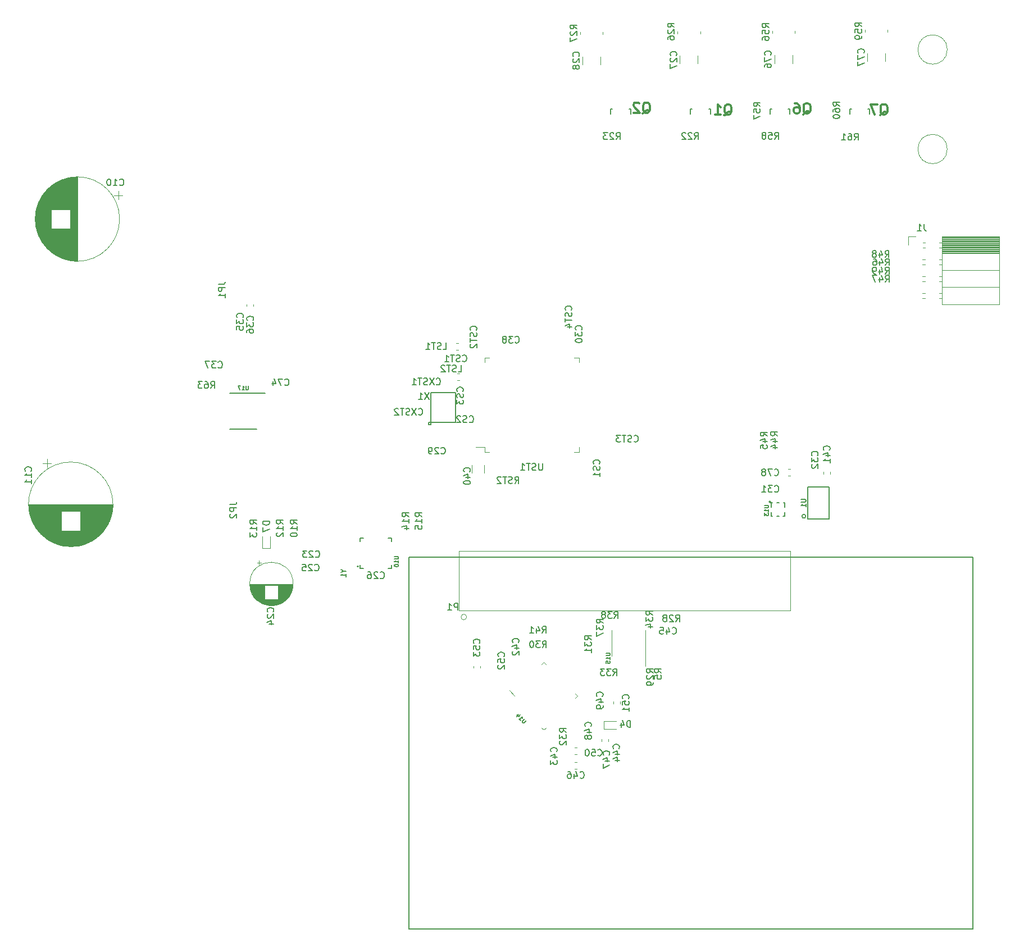
<source format=gbr>
G04 #@! TF.GenerationSoftware,KiCad,Pcbnew,5.1.5-52549c5~86~ubuntu16.04.1*
G04 #@! TF.CreationDate,2020-08-04T23:04:36-05:00*
G04 #@! TF.ProjectId,keep_breathing_ctrl,6b656570-5f62-4726-9561-7468696e675f,rev?*
G04 #@! TF.SameCoordinates,Original*
G04 #@! TF.FileFunction,Legend,Bot*
G04 #@! TF.FilePolarity,Positive*
%FSLAX46Y46*%
G04 Gerber Fmt 4.6, Leading zero omitted, Abs format (unit mm)*
G04 Created by KiCad (PCBNEW 5.1.5-52549c5~86~ubuntu16.04.1) date 2020-08-04 23:04:36*
%MOMM*%
%LPD*%
G04 APERTURE LIST*
%ADD10C,0.150000*%
%ADD11C,0.120000*%
%ADD12C,0.100000*%
%ADD13C,0.200660*%
%ADD14C,0.200000*%
%ADD15C,0.348000*%
%ADD16C,0.304800*%
G04 APERTURE END LIST*
D10*
X193000000Y-113500000D02*
X193000000Y-169500000D01*
X108000000Y-169500000D02*
X193000000Y-169500000D01*
X108000000Y-113500000D02*
X108000000Y-169500000D01*
X108000000Y-113500000D02*
X193000000Y-113500000D01*
D11*
X123933616Y-134346967D02*
X123138120Y-133551472D01*
X133405311Y-134400000D02*
X133069435Y-134735876D01*
X133069435Y-134064124D02*
X133405311Y-134400000D01*
X128300000Y-129294689D02*
X127964124Y-129630565D01*
X128635876Y-129630565D02*
X128300000Y-129294689D01*
X128300000Y-139505311D02*
X128635876Y-139169435D01*
X127964124Y-139169435D02*
X128300000Y-139505311D01*
X196950000Y-65210000D02*
X188320000Y-65210000D01*
X196950000Y-65328095D02*
X188320000Y-65328095D01*
X196950000Y-65446190D02*
X188320000Y-65446190D01*
X196950000Y-65564285D02*
X188320000Y-65564285D01*
X196950000Y-65682380D02*
X188320000Y-65682380D01*
X196950000Y-65800475D02*
X188320000Y-65800475D01*
X196950000Y-65918570D02*
X188320000Y-65918570D01*
X196950000Y-66036665D02*
X188320000Y-66036665D01*
X196950000Y-66154760D02*
X188320000Y-66154760D01*
X196950000Y-66272855D02*
X188320000Y-66272855D01*
X196950000Y-66390950D02*
X188320000Y-66390950D01*
X196950000Y-66509045D02*
X188320000Y-66509045D01*
X196950000Y-66627140D02*
X188320000Y-66627140D01*
X196950000Y-66745235D02*
X188320000Y-66745235D01*
X196950000Y-66863330D02*
X188320000Y-66863330D01*
X196950000Y-66981425D02*
X188320000Y-66981425D01*
X196950000Y-67099520D02*
X188320000Y-67099520D01*
X196950000Y-67217615D02*
X188320000Y-67217615D01*
X196950000Y-67335710D02*
X188320000Y-67335710D01*
X196950000Y-67453805D02*
X188320000Y-67453805D01*
X196950000Y-67571900D02*
X188320000Y-67571900D01*
X188320000Y-66060000D02*
X187910000Y-66060000D01*
X185810000Y-66060000D02*
X185430000Y-66060000D01*
X188320000Y-66780000D02*
X187910000Y-66780000D01*
X185810000Y-66780000D02*
X185430000Y-66780000D01*
X188320000Y-68600000D02*
X187910000Y-68600000D01*
X185810000Y-68600000D02*
X185370000Y-68600000D01*
X188320000Y-69320000D02*
X187910000Y-69320000D01*
X185810000Y-69320000D02*
X185370000Y-69320000D01*
X188320000Y-71140000D02*
X187910000Y-71140000D01*
X185810000Y-71140000D02*
X185370000Y-71140000D01*
X188320000Y-71860000D02*
X187910000Y-71860000D01*
X185810000Y-71860000D02*
X185370000Y-71860000D01*
X188320000Y-73680000D02*
X187910000Y-73680000D01*
X185810000Y-73680000D02*
X185370000Y-73680000D01*
X188320000Y-74400000D02*
X187910000Y-74400000D01*
X185810000Y-74400000D02*
X185370000Y-74400000D01*
X196950000Y-67690000D02*
X188320000Y-67690000D01*
X196950000Y-70230000D02*
X188320000Y-70230000D01*
X196950000Y-72770000D02*
X188320000Y-72770000D01*
X196950000Y-65090000D02*
X188320000Y-65090000D01*
X188320000Y-65090000D02*
X188320000Y-75370000D01*
X196950000Y-75370000D02*
X188320000Y-75370000D01*
X196950000Y-65090000D02*
X196950000Y-75370000D01*
X183210000Y-65090000D02*
X183210000Y-66420000D01*
X184320000Y-65090000D02*
X183210000Y-65090000D01*
X189120000Y-36950000D02*
G75*
G03X189120000Y-36950000I-2210000J0D01*
G01*
X189120000Y-51950000D02*
G75*
G03X189120000Y-51950000I-2210000J0D01*
G01*
D12*
X116666923Y-122500000D02*
G75*
G03X116666923Y-122500000I-416923J0D01*
G01*
X115500000Y-121500000D02*
X115500000Y-112500000D01*
X115500000Y-112500000D02*
X165500000Y-112500000D01*
X165500000Y-112500000D02*
X165500000Y-121500000D01*
X165500000Y-121500000D02*
X115500000Y-121500000D01*
D10*
X138410180Y-45949760D02*
X138410180Y-46650800D01*
X138610840Y-45949760D02*
X138410180Y-45949760D01*
X141409820Y-45949760D02*
X141160900Y-45949760D01*
X141409820Y-46650800D02*
X141409820Y-45949760D01*
X138610840Y-45949760D02*
X138659100Y-45949760D01*
D13*
X110900460Y-93481140D02*
X111200180Y-93481140D01*
X110900460Y-93178880D02*
X110900460Y-93481140D01*
X111101120Y-93178880D02*
X110900460Y-93178880D01*
X115000020Y-93178880D02*
X111101120Y-93178880D01*
X115000020Y-88680540D02*
X115000020Y-93178880D01*
X111299240Y-88680540D02*
X115000020Y-88680540D01*
X111299240Y-93481140D02*
X111299240Y-88680540D01*
D11*
X115572779Y-86840000D02*
X115247221Y-86840000D01*
X115572779Y-85820000D02*
X115247221Y-85820000D01*
X115077221Y-81190000D02*
X115402779Y-81190000D01*
X115077221Y-82210000D02*
X115402779Y-82210000D01*
X119390000Y-96910000D02*
X118025000Y-96910000D01*
X119390000Y-97610000D02*
X119390000Y-96910000D01*
X120090000Y-97610000D02*
X119390000Y-97610000D01*
X133610000Y-97610000D02*
X133610000Y-96910000D01*
X132910000Y-97610000D02*
X133610000Y-97610000D01*
X119390000Y-83390000D02*
X119390000Y-84090000D01*
X120090000Y-83390000D02*
X119390000Y-83390000D01*
X133610000Y-83390000D02*
X133610000Y-84090000D01*
X132910000Y-83390000D02*
X133610000Y-83390000D01*
X132937221Y-142160000D02*
X133262779Y-142160000D01*
X132937221Y-143180000D02*
X133262779Y-143180000D01*
X138030000Y-140937221D02*
X138030000Y-141262779D01*
X137010000Y-140937221D02*
X137010000Y-141262779D01*
X165137221Y-100190000D02*
X165462779Y-100190000D01*
X165137221Y-101210000D02*
X165462779Y-101210000D01*
X85900000Y-110300000D02*
X85900000Y-112150000D01*
X87100000Y-110300000D02*
X87100000Y-112150000D01*
X87100000Y-112150000D02*
X85900000Y-112150000D01*
X139200000Y-138170000D02*
X137350000Y-138170000D01*
X139200000Y-139370000D02*
X137350000Y-139370000D01*
X137350000Y-139370000D02*
X137350000Y-138170000D01*
X85096000Y-114314759D02*
X85726000Y-114314759D01*
X85411000Y-113999759D02*
X85411000Y-114629759D01*
X86848000Y-120741000D02*
X87652000Y-120741000D01*
X86617000Y-120701000D02*
X87883000Y-120701000D01*
X86448000Y-120661000D02*
X88052000Y-120661000D01*
X86310000Y-120621000D02*
X88190000Y-120621000D01*
X86191000Y-120581000D02*
X88309000Y-120581000D01*
X86085000Y-120541000D02*
X88415000Y-120541000D01*
X85988000Y-120501000D02*
X88512000Y-120501000D01*
X85900000Y-120461000D02*
X88600000Y-120461000D01*
X85818000Y-120421000D02*
X88682000Y-120421000D01*
X85741000Y-120381000D02*
X88759000Y-120381000D01*
X85669000Y-120341000D02*
X88831000Y-120341000D01*
X85600000Y-120301000D02*
X88900000Y-120301000D01*
X85536000Y-120261000D02*
X88964000Y-120261000D01*
X85474000Y-120221000D02*
X89026000Y-120221000D01*
X85416000Y-120181000D02*
X89084000Y-120181000D01*
X85360000Y-120141000D02*
X89140000Y-120141000D01*
X85306000Y-120101000D02*
X89194000Y-120101000D01*
X85255000Y-120061000D02*
X89245000Y-120061000D01*
X85206000Y-120021000D02*
X89294000Y-120021000D01*
X85158000Y-119981000D02*
X89342000Y-119981000D01*
X85113000Y-119941000D02*
X89387000Y-119941000D01*
X85068000Y-119901000D02*
X89432000Y-119901000D01*
X85026000Y-119861000D02*
X89474000Y-119861000D01*
X84985000Y-119821000D02*
X89515000Y-119821000D01*
X88290000Y-119781000D02*
X89555000Y-119781000D01*
X84945000Y-119781000D02*
X86210000Y-119781000D01*
X88290000Y-119741000D02*
X89593000Y-119741000D01*
X84907000Y-119741000D02*
X86210000Y-119741000D01*
X88290000Y-119701000D02*
X89630000Y-119701000D01*
X84870000Y-119701000D02*
X86210000Y-119701000D01*
X88290000Y-119661000D02*
X89666000Y-119661000D01*
X84834000Y-119661000D02*
X86210000Y-119661000D01*
X88290000Y-119621000D02*
X89700000Y-119621000D01*
X84800000Y-119621000D02*
X86210000Y-119621000D01*
X88290000Y-119581000D02*
X89734000Y-119581000D01*
X84766000Y-119581000D02*
X86210000Y-119581000D01*
X88290000Y-119541000D02*
X89766000Y-119541000D01*
X84734000Y-119541000D02*
X86210000Y-119541000D01*
X88290000Y-119501000D02*
X89798000Y-119501000D01*
X84702000Y-119501000D02*
X86210000Y-119501000D01*
X88290000Y-119461000D02*
X89828000Y-119461000D01*
X84672000Y-119461000D02*
X86210000Y-119461000D01*
X88290000Y-119421000D02*
X89857000Y-119421000D01*
X84643000Y-119421000D02*
X86210000Y-119421000D01*
X88290000Y-119381000D02*
X89886000Y-119381000D01*
X84614000Y-119381000D02*
X86210000Y-119381000D01*
X88290000Y-119341000D02*
X89914000Y-119341000D01*
X84586000Y-119341000D02*
X86210000Y-119341000D01*
X88290000Y-119301000D02*
X89940000Y-119301000D01*
X84560000Y-119301000D02*
X86210000Y-119301000D01*
X88290000Y-119261000D02*
X89966000Y-119261000D01*
X84534000Y-119261000D02*
X86210000Y-119261000D01*
X88290000Y-119221000D02*
X89992000Y-119221000D01*
X84508000Y-119221000D02*
X86210000Y-119221000D01*
X88290000Y-119181000D02*
X90016000Y-119181000D01*
X84484000Y-119181000D02*
X86210000Y-119181000D01*
X88290000Y-119141000D02*
X90040000Y-119141000D01*
X84460000Y-119141000D02*
X86210000Y-119141000D01*
X88290000Y-119101000D02*
X90062000Y-119101000D01*
X84438000Y-119101000D02*
X86210000Y-119101000D01*
X88290000Y-119061000D02*
X90084000Y-119061000D01*
X84416000Y-119061000D02*
X86210000Y-119061000D01*
X88290000Y-119021000D02*
X90106000Y-119021000D01*
X84394000Y-119021000D02*
X86210000Y-119021000D01*
X88290000Y-118981000D02*
X90126000Y-118981000D01*
X84374000Y-118981000D02*
X86210000Y-118981000D01*
X88290000Y-118941000D02*
X90146000Y-118941000D01*
X84354000Y-118941000D02*
X86210000Y-118941000D01*
X88290000Y-118901000D02*
X90166000Y-118901000D01*
X84334000Y-118901000D02*
X86210000Y-118901000D01*
X88290000Y-118861000D02*
X90184000Y-118861000D01*
X84316000Y-118861000D02*
X86210000Y-118861000D01*
X88290000Y-118821000D02*
X90202000Y-118821000D01*
X84298000Y-118821000D02*
X86210000Y-118821000D01*
X88290000Y-118781000D02*
X90220000Y-118781000D01*
X84280000Y-118781000D02*
X86210000Y-118781000D01*
X88290000Y-118741000D02*
X90236000Y-118741000D01*
X84264000Y-118741000D02*
X86210000Y-118741000D01*
X88290000Y-118701000D02*
X90252000Y-118701000D01*
X84248000Y-118701000D02*
X86210000Y-118701000D01*
X88290000Y-118661000D02*
X90268000Y-118661000D01*
X84232000Y-118661000D02*
X86210000Y-118661000D01*
X88290000Y-118621000D02*
X90283000Y-118621000D01*
X84217000Y-118621000D02*
X86210000Y-118621000D01*
X88290000Y-118581000D02*
X90297000Y-118581000D01*
X84203000Y-118581000D02*
X86210000Y-118581000D01*
X88290000Y-118541000D02*
X90311000Y-118541000D01*
X84189000Y-118541000D02*
X86210000Y-118541000D01*
X88290000Y-118501000D02*
X90324000Y-118501000D01*
X84176000Y-118501000D02*
X86210000Y-118501000D01*
X88290000Y-118461000D02*
X90336000Y-118461000D01*
X84164000Y-118461000D02*
X86210000Y-118461000D01*
X88290000Y-118421000D02*
X90348000Y-118421000D01*
X84152000Y-118421000D02*
X86210000Y-118421000D01*
X88290000Y-118381000D02*
X90360000Y-118381000D01*
X84140000Y-118381000D02*
X86210000Y-118381000D01*
X88290000Y-118341000D02*
X90371000Y-118341000D01*
X84129000Y-118341000D02*
X86210000Y-118341000D01*
X88290000Y-118301000D02*
X90381000Y-118301000D01*
X84119000Y-118301000D02*
X86210000Y-118301000D01*
X88290000Y-118261000D02*
X90391000Y-118261000D01*
X84109000Y-118261000D02*
X86210000Y-118261000D01*
X88290000Y-118221000D02*
X90400000Y-118221000D01*
X84100000Y-118221000D02*
X86210000Y-118221000D01*
X88290000Y-118180000D02*
X90409000Y-118180000D01*
X84091000Y-118180000D02*
X86210000Y-118180000D01*
X88290000Y-118140000D02*
X90417000Y-118140000D01*
X84083000Y-118140000D02*
X86210000Y-118140000D01*
X88290000Y-118100000D02*
X90425000Y-118100000D01*
X84075000Y-118100000D02*
X86210000Y-118100000D01*
X88290000Y-118060000D02*
X90432000Y-118060000D01*
X84068000Y-118060000D02*
X86210000Y-118060000D01*
X88290000Y-118020000D02*
X90439000Y-118020000D01*
X84061000Y-118020000D02*
X86210000Y-118020000D01*
X88290000Y-117980000D02*
X90445000Y-117980000D01*
X84055000Y-117980000D02*
X86210000Y-117980000D01*
X88290000Y-117940000D02*
X90451000Y-117940000D01*
X84049000Y-117940000D02*
X86210000Y-117940000D01*
X88290000Y-117900000D02*
X90456000Y-117900000D01*
X84044000Y-117900000D02*
X86210000Y-117900000D01*
X88290000Y-117860000D02*
X90461000Y-117860000D01*
X84039000Y-117860000D02*
X86210000Y-117860000D01*
X88290000Y-117820000D02*
X90465000Y-117820000D01*
X84035000Y-117820000D02*
X86210000Y-117820000D01*
X88290000Y-117780000D02*
X90468000Y-117780000D01*
X84032000Y-117780000D02*
X86210000Y-117780000D01*
X88290000Y-117740000D02*
X90472000Y-117740000D01*
X84028000Y-117740000D02*
X86210000Y-117740000D01*
X84026000Y-117700000D02*
X90474000Y-117700000D01*
X84023000Y-117660000D02*
X90477000Y-117660000D01*
X84022000Y-117620000D02*
X90478000Y-117620000D01*
X84020000Y-117580000D02*
X90480000Y-117580000D01*
X84020000Y-117540000D02*
X90480000Y-117540000D01*
X84020000Y-117500000D02*
X90480000Y-117500000D01*
X90520000Y-117500000D02*
G75*
G03X90520000Y-117500000I-3270000J0D01*
G01*
X143630000Y-126440000D02*
X143630000Y-129890000D01*
X143630000Y-126440000D02*
X143630000Y-124490000D01*
X138510000Y-126440000D02*
X138510000Y-128390000D01*
X138510000Y-126440000D02*
X138510000Y-124490000D01*
X117740000Y-130192779D02*
X117740000Y-129867221D01*
X118760000Y-130192779D02*
X118760000Y-129867221D01*
X139800000Y-135227221D02*
X139800000Y-135552779D01*
X138780000Y-135227221D02*
X138780000Y-135552779D01*
X132957221Y-144410000D02*
X133282779Y-144410000D01*
X132957221Y-145430000D02*
X133282779Y-145430000D01*
X170490000Y-100962779D02*
X170490000Y-100637221D01*
X171510000Y-100962779D02*
X171510000Y-100637221D01*
D10*
X162600000Y-107300000D02*
X162600000Y-106700000D01*
X164600000Y-107300000D02*
X164600000Y-106700000D01*
X164600000Y-105300000D02*
X164600000Y-105900000D01*
X162600000Y-105300000D02*
X162600000Y-105900000D01*
X163400000Y-107300000D02*
X163800000Y-107300000D01*
X163400000Y-105300000D02*
X163800000Y-105300000D01*
X164600000Y-107300000D02*
X164400000Y-107300000D01*
X162600000Y-107300000D02*
X162800000Y-107300000D01*
X162600000Y-105300000D02*
X162800000Y-105300000D01*
X164616000Y-105284000D02*
X164425500Y-105284000D01*
X162535490Y-105157000D02*
G75*
G03X162535490Y-105157000I-141990J0D01*
G01*
X168100000Y-102900000D02*
X171300000Y-102900000D01*
X168100000Y-107700000D02*
X168100000Y-102900000D01*
X171300000Y-107700000D02*
X168100000Y-107700000D01*
X171300000Y-102900000D02*
X171300000Y-107700000D01*
X167782843Y-107300000D02*
G75*
G03X167782843Y-107300000I-282843J0D01*
G01*
X86275000Y-88775000D02*
X81000000Y-88775000D01*
X85000000Y-94175000D02*
X81000000Y-94175000D01*
D11*
X84510000Y-75337221D02*
X84510000Y-75662779D01*
X83490000Y-75337221D02*
X83490000Y-75662779D01*
D10*
X150430180Y-45939760D02*
X150430180Y-46640800D01*
X150630840Y-45939760D02*
X150430180Y-45939760D01*
X153429820Y-45939760D02*
X153180900Y-45939760D01*
X153429820Y-46640800D02*
X153429820Y-45939760D01*
X150630840Y-45939760D02*
X150679100Y-45939760D01*
D11*
X137200000Y-34297017D02*
X137200000Y-34662983D01*
X133780000Y-34297017D02*
X133780000Y-34662983D01*
X151880000Y-34187017D02*
X151880000Y-34552983D01*
X148460000Y-34187017D02*
X148460000Y-34552983D01*
X136860000Y-38007936D02*
X136860000Y-39212064D01*
X134140000Y-38007936D02*
X134140000Y-39212064D01*
X151520000Y-37877936D02*
X151520000Y-39082064D01*
X148800000Y-37877936D02*
X148800000Y-39082064D01*
D14*
X100370000Y-114850000D02*
G75*
G03X100370000Y-114850000I-100000J0D01*
G01*
D10*
X105350000Y-115175000D02*
X105350000Y-114675000D01*
X105350000Y-115175000D02*
X104850000Y-115175000D01*
X105350000Y-110625000D02*
X105350000Y-111125000D01*
X105350000Y-110624160D02*
X104850000Y-110624160D01*
X100650000Y-110625000D02*
X101150000Y-110625000D01*
X100650000Y-110625000D02*
X100650000Y-111125000D01*
X100650000Y-115175000D02*
X101150000Y-115175000D01*
X100650000Y-115175000D02*
X100650000Y-114675000D01*
D11*
X64192082Y-58300000D02*
X64192082Y-59550000D01*
X64817082Y-58925000D02*
X63567082Y-58925000D01*
X51639000Y-62183000D02*
X51639000Y-62817000D01*
X51679000Y-61743000D02*
X51679000Y-63257000D01*
X51719000Y-61472000D02*
X51719000Y-63528000D01*
X51759000Y-61259000D02*
X51759000Y-63741000D01*
X51799000Y-61078000D02*
X51799000Y-63922000D01*
X51839000Y-60917000D02*
X51839000Y-64083000D01*
X51879000Y-60772000D02*
X51879000Y-64228000D01*
X51919000Y-60639000D02*
X51919000Y-64361000D01*
X51959000Y-60516000D02*
X51959000Y-64484000D01*
X51999000Y-60400000D02*
X51999000Y-64600000D01*
X52039000Y-60291000D02*
X52039000Y-64709000D01*
X52079000Y-60188000D02*
X52079000Y-64812000D01*
X52119000Y-60090000D02*
X52119000Y-64910000D01*
X52159000Y-59996000D02*
X52159000Y-65004000D01*
X52199000Y-59906000D02*
X52199000Y-65094000D01*
X52239000Y-59819000D02*
X52239000Y-65181000D01*
X52279000Y-59736000D02*
X52279000Y-65264000D01*
X52319000Y-59656000D02*
X52319000Y-65344000D01*
X52359000Y-59579000D02*
X52359000Y-65421000D01*
X52399000Y-59504000D02*
X52399000Y-65496000D01*
X52439000Y-59431000D02*
X52439000Y-65569000D01*
X52479000Y-59360000D02*
X52479000Y-65640000D01*
X52519000Y-59292000D02*
X52519000Y-65708000D01*
X52559000Y-59225000D02*
X52559000Y-65775000D01*
X52599000Y-59161000D02*
X52599000Y-65839000D01*
X52639000Y-59098000D02*
X52639000Y-65902000D01*
X52679000Y-59036000D02*
X52679000Y-65964000D01*
X52719000Y-58976000D02*
X52719000Y-66024000D01*
X52759000Y-58917000D02*
X52759000Y-66083000D01*
X52799000Y-58860000D02*
X52799000Y-66140000D01*
X52839000Y-58804000D02*
X52839000Y-66196000D01*
X52879000Y-58750000D02*
X52879000Y-66250000D01*
X52919000Y-58696000D02*
X52919000Y-66304000D01*
X52959000Y-58644000D02*
X52959000Y-66356000D01*
X52999000Y-58593000D02*
X52999000Y-66407000D01*
X53039000Y-58543000D02*
X53039000Y-66457000D01*
X53079000Y-58493000D02*
X53079000Y-66507000D01*
X53119000Y-58445000D02*
X53119000Y-66555000D01*
X53159000Y-58398000D02*
X53159000Y-66602000D01*
X53199000Y-58352000D02*
X53199000Y-66648000D01*
X53239000Y-58306000D02*
X53239000Y-66694000D01*
X53279000Y-58262000D02*
X53279000Y-66738000D01*
X53319000Y-58218000D02*
X53319000Y-66782000D01*
X53359000Y-58175000D02*
X53359000Y-66825000D01*
X53399000Y-58133000D02*
X53399000Y-66867000D01*
X53439000Y-58092000D02*
X53439000Y-66908000D01*
X53479000Y-58051000D02*
X53479000Y-66949000D01*
X53519000Y-58011000D02*
X53519000Y-66989000D01*
X53559000Y-57972000D02*
X53559000Y-67028000D01*
X53599000Y-57933000D02*
X53599000Y-67067000D01*
X53639000Y-57895000D02*
X53639000Y-67105000D01*
X53679000Y-57858000D02*
X53679000Y-67142000D01*
X53719000Y-57822000D02*
X53719000Y-67178000D01*
X53759000Y-57786000D02*
X53759000Y-67214000D01*
X53799000Y-57750000D02*
X53799000Y-67250000D01*
X53839000Y-57715000D02*
X53839000Y-67285000D01*
X53879000Y-57681000D02*
X53879000Y-67319000D01*
X53919000Y-57648000D02*
X53919000Y-67352000D01*
X53959000Y-57615000D02*
X53959000Y-67385000D01*
X53999000Y-57582000D02*
X53999000Y-67418000D01*
X54039000Y-57550000D02*
X54039000Y-67450000D01*
X54079000Y-63940000D02*
X54079000Y-67482000D01*
X54079000Y-57518000D02*
X54079000Y-61060000D01*
X54119000Y-63940000D02*
X54119000Y-67512000D01*
X54119000Y-57488000D02*
X54119000Y-61060000D01*
X54159000Y-63940000D02*
X54159000Y-67543000D01*
X54159000Y-57457000D02*
X54159000Y-61060000D01*
X54199000Y-63940000D02*
X54199000Y-67573000D01*
X54199000Y-57427000D02*
X54199000Y-61060000D01*
X54239000Y-63940000D02*
X54239000Y-67602000D01*
X54239000Y-57398000D02*
X54239000Y-61060000D01*
X54279000Y-63940000D02*
X54279000Y-67631000D01*
X54279000Y-57369000D02*
X54279000Y-61060000D01*
X54319000Y-63940000D02*
X54319000Y-67660000D01*
X54319000Y-57340000D02*
X54319000Y-61060000D01*
X54359000Y-63940000D02*
X54359000Y-67688000D01*
X54359000Y-57312000D02*
X54359000Y-61060000D01*
X54399000Y-63940000D02*
X54399000Y-67716000D01*
X54399000Y-57284000D02*
X54399000Y-61060000D01*
X54439000Y-63940000D02*
X54439000Y-67743000D01*
X54439000Y-57257000D02*
X54439000Y-61060000D01*
X54479000Y-63940000D02*
X54479000Y-67770000D01*
X54479000Y-57230000D02*
X54479000Y-61060000D01*
X54519000Y-63940000D02*
X54519000Y-67796000D01*
X54519000Y-57204000D02*
X54519000Y-61060000D01*
X54559000Y-63940000D02*
X54559000Y-67822000D01*
X54559000Y-57178000D02*
X54559000Y-61060000D01*
X54599000Y-63940000D02*
X54599000Y-67847000D01*
X54599000Y-57153000D02*
X54599000Y-61060000D01*
X54639000Y-63940000D02*
X54639000Y-67872000D01*
X54639000Y-57128000D02*
X54639000Y-61060000D01*
X54679000Y-63940000D02*
X54679000Y-67897000D01*
X54679000Y-57103000D02*
X54679000Y-61060000D01*
X54719000Y-63940000D02*
X54719000Y-67921000D01*
X54719000Y-57079000D02*
X54719000Y-61060000D01*
X54759000Y-63940000D02*
X54759000Y-67945000D01*
X54759000Y-57055000D02*
X54759000Y-61060000D01*
X54799000Y-63940000D02*
X54799000Y-67968000D01*
X54799000Y-57032000D02*
X54799000Y-61060000D01*
X54839000Y-63940000D02*
X54839000Y-67991000D01*
X54839000Y-57009000D02*
X54839000Y-61060000D01*
X54879000Y-63940000D02*
X54879000Y-68014000D01*
X54879000Y-56986000D02*
X54879000Y-61060000D01*
X54919000Y-63940000D02*
X54919000Y-68036000D01*
X54919000Y-56964000D02*
X54919000Y-61060000D01*
X54959000Y-63940000D02*
X54959000Y-68058000D01*
X54959000Y-56942000D02*
X54959000Y-61060000D01*
X54999000Y-63940000D02*
X54999000Y-68080000D01*
X54999000Y-56920000D02*
X54999000Y-61060000D01*
X55039000Y-63940000D02*
X55039000Y-68101000D01*
X55039000Y-56899000D02*
X55039000Y-61060000D01*
X55079000Y-63940000D02*
X55079000Y-68122000D01*
X55079000Y-56878000D02*
X55079000Y-61060000D01*
X55119000Y-63940000D02*
X55119000Y-68142000D01*
X55119000Y-56858000D02*
X55119000Y-61060000D01*
X55159000Y-63940000D02*
X55159000Y-68162000D01*
X55159000Y-56838000D02*
X55159000Y-61060000D01*
X55199000Y-63940000D02*
X55199000Y-68182000D01*
X55199000Y-56818000D02*
X55199000Y-61060000D01*
X55239000Y-63940000D02*
X55239000Y-68202000D01*
X55239000Y-56798000D02*
X55239000Y-61060000D01*
X55279000Y-63940000D02*
X55279000Y-68221000D01*
X55279000Y-56779000D02*
X55279000Y-61060000D01*
X55319000Y-63940000D02*
X55319000Y-68239000D01*
X55319000Y-56761000D02*
X55319000Y-61060000D01*
X55359000Y-63940000D02*
X55359000Y-68258000D01*
X55359000Y-56742000D02*
X55359000Y-61060000D01*
X55399000Y-63940000D02*
X55399000Y-68276000D01*
X55399000Y-56724000D02*
X55399000Y-61060000D01*
X55439000Y-63940000D02*
X55439000Y-68293000D01*
X55439000Y-56707000D02*
X55439000Y-61060000D01*
X55479000Y-63940000D02*
X55479000Y-68311000D01*
X55479000Y-56689000D02*
X55479000Y-61060000D01*
X55519000Y-63940000D02*
X55519000Y-68328000D01*
X55519000Y-56672000D02*
X55519000Y-61060000D01*
X55559000Y-63940000D02*
X55559000Y-68345000D01*
X55559000Y-56655000D02*
X55559000Y-61060000D01*
X55599000Y-63940000D02*
X55599000Y-68361000D01*
X55599000Y-56639000D02*
X55599000Y-61060000D01*
X55639000Y-63940000D02*
X55639000Y-68377000D01*
X55639000Y-56623000D02*
X55639000Y-61060000D01*
X55679000Y-63940000D02*
X55679000Y-68393000D01*
X55679000Y-56607000D02*
X55679000Y-61060000D01*
X55719000Y-63940000D02*
X55719000Y-68408000D01*
X55719000Y-56592000D02*
X55719000Y-61060000D01*
X55759000Y-63940000D02*
X55759000Y-68424000D01*
X55759000Y-56576000D02*
X55759000Y-61060000D01*
X55799000Y-63940000D02*
X55799000Y-68439000D01*
X55799000Y-56561000D02*
X55799000Y-61060000D01*
X55839000Y-63940000D02*
X55839000Y-68453000D01*
X55839000Y-56547000D02*
X55839000Y-61060000D01*
X55879000Y-63940000D02*
X55879000Y-68467000D01*
X55879000Y-56533000D02*
X55879000Y-61060000D01*
X55919000Y-63940000D02*
X55919000Y-68481000D01*
X55919000Y-56519000D02*
X55919000Y-61060000D01*
X55959000Y-63940000D02*
X55959000Y-68495000D01*
X55959000Y-56505000D02*
X55959000Y-61060000D01*
X55999000Y-63940000D02*
X55999000Y-68508000D01*
X55999000Y-56492000D02*
X55999000Y-61060000D01*
X56039000Y-63940000D02*
X56039000Y-68521000D01*
X56039000Y-56479000D02*
X56039000Y-61060000D01*
X56079000Y-63940000D02*
X56079000Y-68534000D01*
X56079000Y-56466000D02*
X56079000Y-61060000D01*
X56119000Y-63940000D02*
X56119000Y-68547000D01*
X56119000Y-56453000D02*
X56119000Y-61060000D01*
X56159000Y-63940000D02*
X56159000Y-68559000D01*
X56159000Y-56441000D02*
X56159000Y-61060000D01*
X56199000Y-63940000D02*
X56199000Y-68571000D01*
X56199000Y-56429000D02*
X56199000Y-61060000D01*
X56239000Y-63940000D02*
X56239000Y-68583000D01*
X56239000Y-56417000D02*
X56239000Y-61060000D01*
X56279000Y-63940000D02*
X56279000Y-68594000D01*
X56279000Y-56406000D02*
X56279000Y-61060000D01*
X56319000Y-63940000D02*
X56319000Y-68605000D01*
X56319000Y-56395000D02*
X56319000Y-61060000D01*
X56359000Y-63940000D02*
X56359000Y-68616000D01*
X56359000Y-56384000D02*
X56359000Y-61060000D01*
X56399000Y-63940000D02*
X56399000Y-68626000D01*
X56399000Y-56374000D02*
X56399000Y-61060000D01*
X56439000Y-63940000D02*
X56439000Y-68637000D01*
X56439000Y-56363000D02*
X56439000Y-61060000D01*
X56479000Y-63940000D02*
X56479000Y-68646000D01*
X56479000Y-56354000D02*
X56479000Y-61060000D01*
X56519000Y-63940000D02*
X56519000Y-68656000D01*
X56519000Y-56344000D02*
X56519000Y-61060000D01*
X56559000Y-63940000D02*
X56559000Y-68666000D01*
X56559000Y-56334000D02*
X56559000Y-61060000D01*
X56599000Y-63940000D02*
X56599000Y-68675000D01*
X56599000Y-56325000D02*
X56599000Y-61060000D01*
X56639000Y-63940000D02*
X56639000Y-68684000D01*
X56639000Y-56316000D02*
X56639000Y-61060000D01*
X56679000Y-63940000D02*
X56679000Y-68692000D01*
X56679000Y-56308000D02*
X56679000Y-61060000D01*
X56719000Y-63940000D02*
X56719000Y-68701000D01*
X56719000Y-56299000D02*
X56719000Y-61060000D01*
X56759000Y-63940000D02*
X56759000Y-68709000D01*
X56759000Y-56291000D02*
X56759000Y-61060000D01*
X56799000Y-63940000D02*
X56799000Y-68716000D01*
X56799000Y-56284000D02*
X56799000Y-61060000D01*
X56839000Y-63940000D02*
X56839000Y-68724000D01*
X56839000Y-56276000D02*
X56839000Y-61060000D01*
X56879000Y-63940000D02*
X56879000Y-68731000D01*
X56879000Y-56269000D02*
X56879000Y-61060000D01*
X56919000Y-63940000D02*
X56919000Y-68738000D01*
X56919000Y-56262000D02*
X56919000Y-61060000D01*
X56959000Y-56255000D02*
X56959000Y-68745000D01*
X56999000Y-56248000D02*
X56999000Y-68752000D01*
X57039000Y-56242000D02*
X57039000Y-68758000D01*
X57079000Y-56236000D02*
X57079000Y-68764000D01*
X57119000Y-56231000D02*
X57119000Y-68769000D01*
X57159000Y-56225000D02*
X57159000Y-68775000D01*
X57199000Y-56220000D02*
X57199000Y-68780000D01*
X57239000Y-56215000D02*
X57239000Y-68785000D01*
X57279000Y-56210000D02*
X57279000Y-68790000D01*
X57320000Y-56206000D02*
X57320000Y-68794000D01*
X57360000Y-56202000D02*
X57360000Y-68798000D01*
X57400000Y-56198000D02*
X57400000Y-68802000D01*
X57440000Y-56194000D02*
X57440000Y-68806000D01*
X57480000Y-56191000D02*
X57480000Y-68809000D01*
X57520000Y-56188000D02*
X57520000Y-68812000D01*
X57560000Y-56185000D02*
X57560000Y-68815000D01*
X57600000Y-56182000D02*
X57600000Y-68818000D01*
X57640000Y-56180000D02*
X57640000Y-68820000D01*
X57680000Y-56178000D02*
X57680000Y-68822000D01*
X57720000Y-56176000D02*
X57720000Y-68824000D01*
X57760000Y-56174000D02*
X57760000Y-68826000D01*
X57800000Y-56173000D02*
X57800000Y-68827000D01*
X57840000Y-56172000D02*
X57840000Y-68828000D01*
X57880000Y-56171000D02*
X57880000Y-68829000D01*
X57920000Y-56170000D02*
X57920000Y-68830000D01*
X57960000Y-56170000D02*
X57960000Y-68830000D01*
X58000000Y-56170000D02*
X58000000Y-68830000D01*
X64370000Y-62500000D02*
G75*
G03X64370000Y-62500000I-6370000J0D01*
G01*
X63370000Y-105500000D02*
G75*
G03X63370000Y-105500000I-6370000J0D01*
G01*
X50670000Y-105500000D02*
X63330000Y-105500000D01*
X50670000Y-105540000D02*
X63330000Y-105540000D01*
X50670000Y-105580000D02*
X63330000Y-105580000D01*
X50671000Y-105620000D02*
X63329000Y-105620000D01*
X50672000Y-105660000D02*
X63328000Y-105660000D01*
X50673000Y-105700000D02*
X63327000Y-105700000D01*
X50674000Y-105740000D02*
X63326000Y-105740000D01*
X50676000Y-105780000D02*
X63324000Y-105780000D01*
X50678000Y-105820000D02*
X63322000Y-105820000D01*
X50680000Y-105860000D02*
X63320000Y-105860000D01*
X50682000Y-105900000D02*
X63318000Y-105900000D01*
X50685000Y-105940000D02*
X63315000Y-105940000D01*
X50688000Y-105980000D02*
X63312000Y-105980000D01*
X50691000Y-106020000D02*
X63309000Y-106020000D01*
X50694000Y-106060000D02*
X63306000Y-106060000D01*
X50698000Y-106100000D02*
X63302000Y-106100000D01*
X50702000Y-106140000D02*
X63298000Y-106140000D01*
X50706000Y-106180000D02*
X63294000Y-106180000D01*
X50710000Y-106221000D02*
X63290000Y-106221000D01*
X50715000Y-106261000D02*
X63285000Y-106261000D01*
X50720000Y-106301000D02*
X63280000Y-106301000D01*
X50725000Y-106341000D02*
X63275000Y-106341000D01*
X50731000Y-106381000D02*
X63269000Y-106381000D01*
X50736000Y-106421000D02*
X63264000Y-106421000D01*
X50742000Y-106461000D02*
X63258000Y-106461000D01*
X50748000Y-106501000D02*
X63252000Y-106501000D01*
X50755000Y-106541000D02*
X63245000Y-106541000D01*
X50762000Y-106581000D02*
X55560000Y-106581000D01*
X58440000Y-106581000D02*
X63238000Y-106581000D01*
X50769000Y-106621000D02*
X55560000Y-106621000D01*
X58440000Y-106621000D02*
X63231000Y-106621000D01*
X50776000Y-106661000D02*
X55560000Y-106661000D01*
X58440000Y-106661000D02*
X63224000Y-106661000D01*
X50784000Y-106701000D02*
X55560000Y-106701000D01*
X58440000Y-106701000D02*
X63216000Y-106701000D01*
X50791000Y-106741000D02*
X55560000Y-106741000D01*
X58440000Y-106741000D02*
X63209000Y-106741000D01*
X50799000Y-106781000D02*
X55560000Y-106781000D01*
X58440000Y-106781000D02*
X63201000Y-106781000D01*
X50808000Y-106821000D02*
X55560000Y-106821000D01*
X58440000Y-106821000D02*
X63192000Y-106821000D01*
X50816000Y-106861000D02*
X55560000Y-106861000D01*
X58440000Y-106861000D02*
X63184000Y-106861000D01*
X50825000Y-106901000D02*
X55560000Y-106901000D01*
X58440000Y-106901000D02*
X63175000Y-106901000D01*
X50834000Y-106941000D02*
X55560000Y-106941000D01*
X58440000Y-106941000D02*
X63166000Y-106941000D01*
X50844000Y-106981000D02*
X55560000Y-106981000D01*
X58440000Y-106981000D02*
X63156000Y-106981000D01*
X50854000Y-107021000D02*
X55560000Y-107021000D01*
X58440000Y-107021000D02*
X63146000Y-107021000D01*
X50863000Y-107061000D02*
X55560000Y-107061000D01*
X58440000Y-107061000D02*
X63137000Y-107061000D01*
X50874000Y-107101000D02*
X55560000Y-107101000D01*
X58440000Y-107101000D02*
X63126000Y-107101000D01*
X50884000Y-107141000D02*
X55560000Y-107141000D01*
X58440000Y-107141000D02*
X63116000Y-107141000D01*
X50895000Y-107181000D02*
X55560000Y-107181000D01*
X58440000Y-107181000D02*
X63105000Y-107181000D01*
X50906000Y-107221000D02*
X55560000Y-107221000D01*
X58440000Y-107221000D02*
X63094000Y-107221000D01*
X50917000Y-107261000D02*
X55560000Y-107261000D01*
X58440000Y-107261000D02*
X63083000Y-107261000D01*
X50929000Y-107301000D02*
X55560000Y-107301000D01*
X58440000Y-107301000D02*
X63071000Y-107301000D01*
X50941000Y-107341000D02*
X55560000Y-107341000D01*
X58440000Y-107341000D02*
X63059000Y-107341000D01*
X50953000Y-107381000D02*
X55560000Y-107381000D01*
X58440000Y-107381000D02*
X63047000Y-107381000D01*
X50966000Y-107421000D02*
X55560000Y-107421000D01*
X58440000Y-107421000D02*
X63034000Y-107421000D01*
X50979000Y-107461000D02*
X55560000Y-107461000D01*
X58440000Y-107461000D02*
X63021000Y-107461000D01*
X50992000Y-107501000D02*
X55560000Y-107501000D01*
X58440000Y-107501000D02*
X63008000Y-107501000D01*
X51005000Y-107541000D02*
X55560000Y-107541000D01*
X58440000Y-107541000D02*
X62995000Y-107541000D01*
X51019000Y-107581000D02*
X55560000Y-107581000D01*
X58440000Y-107581000D02*
X62981000Y-107581000D01*
X51033000Y-107621000D02*
X55560000Y-107621000D01*
X58440000Y-107621000D02*
X62967000Y-107621000D01*
X51047000Y-107661000D02*
X55560000Y-107661000D01*
X58440000Y-107661000D02*
X62953000Y-107661000D01*
X51061000Y-107701000D02*
X55560000Y-107701000D01*
X58440000Y-107701000D02*
X62939000Y-107701000D01*
X51076000Y-107741000D02*
X55560000Y-107741000D01*
X58440000Y-107741000D02*
X62924000Y-107741000D01*
X51092000Y-107781000D02*
X55560000Y-107781000D01*
X58440000Y-107781000D02*
X62908000Y-107781000D01*
X51107000Y-107821000D02*
X55560000Y-107821000D01*
X58440000Y-107821000D02*
X62893000Y-107821000D01*
X51123000Y-107861000D02*
X55560000Y-107861000D01*
X58440000Y-107861000D02*
X62877000Y-107861000D01*
X51139000Y-107901000D02*
X55560000Y-107901000D01*
X58440000Y-107901000D02*
X62861000Y-107901000D01*
X51155000Y-107941000D02*
X55560000Y-107941000D01*
X58440000Y-107941000D02*
X62845000Y-107941000D01*
X51172000Y-107981000D02*
X55560000Y-107981000D01*
X58440000Y-107981000D02*
X62828000Y-107981000D01*
X51189000Y-108021000D02*
X55560000Y-108021000D01*
X58440000Y-108021000D02*
X62811000Y-108021000D01*
X51207000Y-108061000D02*
X55560000Y-108061000D01*
X58440000Y-108061000D02*
X62793000Y-108061000D01*
X51224000Y-108101000D02*
X55560000Y-108101000D01*
X58440000Y-108101000D02*
X62776000Y-108101000D01*
X51242000Y-108141000D02*
X55560000Y-108141000D01*
X58440000Y-108141000D02*
X62758000Y-108141000D01*
X51261000Y-108181000D02*
X55560000Y-108181000D01*
X58440000Y-108181000D02*
X62739000Y-108181000D01*
X51279000Y-108221000D02*
X55560000Y-108221000D01*
X58440000Y-108221000D02*
X62721000Y-108221000D01*
X51298000Y-108261000D02*
X55560000Y-108261000D01*
X58440000Y-108261000D02*
X62702000Y-108261000D01*
X51318000Y-108301000D02*
X55560000Y-108301000D01*
X58440000Y-108301000D02*
X62682000Y-108301000D01*
X51338000Y-108341000D02*
X55560000Y-108341000D01*
X58440000Y-108341000D02*
X62662000Y-108341000D01*
X51358000Y-108381000D02*
X55560000Y-108381000D01*
X58440000Y-108381000D02*
X62642000Y-108381000D01*
X51378000Y-108421000D02*
X55560000Y-108421000D01*
X58440000Y-108421000D02*
X62622000Y-108421000D01*
X51399000Y-108461000D02*
X55560000Y-108461000D01*
X58440000Y-108461000D02*
X62601000Y-108461000D01*
X51420000Y-108501000D02*
X55560000Y-108501000D01*
X58440000Y-108501000D02*
X62580000Y-108501000D01*
X51442000Y-108541000D02*
X55560000Y-108541000D01*
X58440000Y-108541000D02*
X62558000Y-108541000D01*
X51464000Y-108581000D02*
X55560000Y-108581000D01*
X58440000Y-108581000D02*
X62536000Y-108581000D01*
X51486000Y-108621000D02*
X55560000Y-108621000D01*
X58440000Y-108621000D02*
X62514000Y-108621000D01*
X51509000Y-108661000D02*
X55560000Y-108661000D01*
X58440000Y-108661000D02*
X62491000Y-108661000D01*
X51532000Y-108701000D02*
X55560000Y-108701000D01*
X58440000Y-108701000D02*
X62468000Y-108701000D01*
X51555000Y-108741000D02*
X55560000Y-108741000D01*
X58440000Y-108741000D02*
X62445000Y-108741000D01*
X51579000Y-108781000D02*
X55560000Y-108781000D01*
X58440000Y-108781000D02*
X62421000Y-108781000D01*
X51603000Y-108821000D02*
X55560000Y-108821000D01*
X58440000Y-108821000D02*
X62397000Y-108821000D01*
X51628000Y-108861000D02*
X55560000Y-108861000D01*
X58440000Y-108861000D02*
X62372000Y-108861000D01*
X51653000Y-108901000D02*
X55560000Y-108901000D01*
X58440000Y-108901000D02*
X62347000Y-108901000D01*
X51678000Y-108941000D02*
X55560000Y-108941000D01*
X58440000Y-108941000D02*
X62322000Y-108941000D01*
X51704000Y-108981000D02*
X55560000Y-108981000D01*
X58440000Y-108981000D02*
X62296000Y-108981000D01*
X51730000Y-109021000D02*
X55560000Y-109021000D01*
X58440000Y-109021000D02*
X62270000Y-109021000D01*
X51757000Y-109061000D02*
X55560000Y-109061000D01*
X58440000Y-109061000D02*
X62243000Y-109061000D01*
X51784000Y-109101000D02*
X55560000Y-109101000D01*
X58440000Y-109101000D02*
X62216000Y-109101000D01*
X51812000Y-109141000D02*
X55560000Y-109141000D01*
X58440000Y-109141000D02*
X62188000Y-109141000D01*
X51840000Y-109181000D02*
X55560000Y-109181000D01*
X58440000Y-109181000D02*
X62160000Y-109181000D01*
X51869000Y-109221000D02*
X55560000Y-109221000D01*
X58440000Y-109221000D02*
X62131000Y-109221000D01*
X51898000Y-109261000D02*
X55560000Y-109261000D01*
X58440000Y-109261000D02*
X62102000Y-109261000D01*
X51927000Y-109301000D02*
X55560000Y-109301000D01*
X58440000Y-109301000D02*
X62073000Y-109301000D01*
X51957000Y-109341000D02*
X55560000Y-109341000D01*
X58440000Y-109341000D02*
X62043000Y-109341000D01*
X51988000Y-109381000D02*
X55560000Y-109381000D01*
X58440000Y-109381000D02*
X62012000Y-109381000D01*
X52018000Y-109421000D02*
X55560000Y-109421000D01*
X58440000Y-109421000D02*
X61982000Y-109421000D01*
X52050000Y-109461000D02*
X61950000Y-109461000D01*
X52082000Y-109501000D02*
X61918000Y-109501000D01*
X52115000Y-109541000D02*
X61885000Y-109541000D01*
X52148000Y-109581000D02*
X61852000Y-109581000D01*
X52181000Y-109621000D02*
X61819000Y-109621000D01*
X52215000Y-109661000D02*
X61785000Y-109661000D01*
X52250000Y-109701000D02*
X61750000Y-109701000D01*
X52286000Y-109741000D02*
X61714000Y-109741000D01*
X52322000Y-109781000D02*
X61678000Y-109781000D01*
X52358000Y-109821000D02*
X61642000Y-109821000D01*
X52395000Y-109861000D02*
X61605000Y-109861000D01*
X52433000Y-109901000D02*
X61567000Y-109901000D01*
X52472000Y-109941000D02*
X61528000Y-109941000D01*
X52511000Y-109981000D02*
X61489000Y-109981000D01*
X52551000Y-110021000D02*
X61449000Y-110021000D01*
X52592000Y-110061000D02*
X61408000Y-110061000D01*
X52633000Y-110101000D02*
X61367000Y-110101000D01*
X52675000Y-110141000D02*
X61325000Y-110141000D01*
X52718000Y-110181000D02*
X61282000Y-110181000D01*
X52762000Y-110221000D02*
X61238000Y-110221000D01*
X52806000Y-110261000D02*
X61194000Y-110261000D01*
X52852000Y-110301000D02*
X61148000Y-110301000D01*
X52898000Y-110341000D02*
X61102000Y-110341000D01*
X52945000Y-110381000D02*
X61055000Y-110381000D01*
X52993000Y-110421000D02*
X61007000Y-110421000D01*
X53043000Y-110461000D02*
X60957000Y-110461000D01*
X53093000Y-110501000D02*
X60907000Y-110501000D01*
X53144000Y-110541000D02*
X60856000Y-110541000D01*
X53196000Y-110581000D02*
X60804000Y-110581000D01*
X53250000Y-110621000D02*
X60750000Y-110621000D01*
X53304000Y-110661000D02*
X60696000Y-110661000D01*
X53360000Y-110701000D02*
X60640000Y-110701000D01*
X53417000Y-110741000D02*
X60583000Y-110741000D01*
X53476000Y-110781000D02*
X60524000Y-110781000D01*
X53536000Y-110821000D02*
X60464000Y-110821000D01*
X53598000Y-110861000D02*
X60402000Y-110861000D01*
X53661000Y-110901000D02*
X60339000Y-110901000D01*
X53725000Y-110941000D02*
X60275000Y-110941000D01*
X53792000Y-110981000D02*
X60208000Y-110981000D01*
X53860000Y-111021000D02*
X60140000Y-111021000D01*
X53931000Y-111061000D02*
X60069000Y-111061000D01*
X54004000Y-111101000D02*
X59996000Y-111101000D01*
X54079000Y-111141000D02*
X59921000Y-111141000D01*
X54156000Y-111181000D02*
X59844000Y-111181000D01*
X54236000Y-111221000D02*
X59764000Y-111221000D01*
X54319000Y-111261000D02*
X59681000Y-111261000D01*
X54406000Y-111301000D02*
X59594000Y-111301000D01*
X54496000Y-111341000D02*
X59504000Y-111341000D01*
X54590000Y-111381000D02*
X59410000Y-111381000D01*
X54688000Y-111421000D02*
X59312000Y-111421000D01*
X54791000Y-111461000D02*
X59209000Y-111461000D01*
X54900000Y-111501000D02*
X59100000Y-111501000D01*
X55016000Y-111541000D02*
X58984000Y-111541000D01*
X55139000Y-111581000D02*
X58861000Y-111581000D01*
X55272000Y-111621000D02*
X58728000Y-111621000D01*
X55417000Y-111661000D02*
X58583000Y-111661000D01*
X55578000Y-111701000D02*
X58422000Y-111701000D01*
X55759000Y-111741000D02*
X58241000Y-111741000D01*
X55972000Y-111781000D02*
X58028000Y-111781000D01*
X56243000Y-111821000D02*
X57757000Y-111821000D01*
X56683000Y-111861000D02*
X57317000Y-111861000D01*
X53425000Y-98682918D02*
X53425000Y-99932918D01*
X52800000Y-99307918D02*
X54050000Y-99307918D01*
X117490000Y-99557936D02*
X117490000Y-100762064D01*
X119310000Y-99557936D02*
X119310000Y-100762064D01*
X165780000Y-37807936D02*
X165780000Y-39012064D01*
X163060000Y-37807936D02*
X163060000Y-39012064D01*
X177080000Y-37517936D02*
X177080000Y-38722064D01*
X179800000Y-37517936D02*
X179800000Y-38722064D01*
D10*
X162420180Y-45939760D02*
X162420180Y-46640800D01*
X162620840Y-45939760D02*
X162420180Y-45939760D01*
X165419820Y-45939760D02*
X165170900Y-45939760D01*
X165419820Y-46640800D02*
X165419820Y-45939760D01*
X162620840Y-45939760D02*
X162669100Y-45939760D01*
X174610840Y-45949760D02*
X174659100Y-45949760D01*
X177409820Y-46650800D02*
X177409820Y-45949760D01*
X177409820Y-45949760D02*
X177160900Y-45949760D01*
X174610840Y-45949760D02*
X174410180Y-45949760D01*
X174410180Y-45949760D02*
X174410180Y-46650800D01*
D11*
X162740000Y-34107017D02*
X162740000Y-34472983D01*
X166160000Y-34107017D02*
X166160000Y-34472983D01*
X180140000Y-33957017D02*
X180140000Y-34322983D01*
X176720000Y-33957017D02*
X176720000Y-34322983D01*
D10*
X125649359Y-138101199D02*
X125305907Y-138444651D01*
X125245298Y-138464854D01*
X125204892Y-138464854D01*
X125144283Y-138444651D01*
X125063470Y-138363838D01*
X125043267Y-138303229D01*
X125043267Y-138262823D01*
X125063470Y-138202214D01*
X125406922Y-137858762D01*
X124558394Y-137858762D02*
X124800831Y-138101199D01*
X124679612Y-137979980D02*
X125103877Y-137555716D01*
X125083673Y-137656732D01*
X125083673Y-137737544D01*
X125103877Y-137798153D01*
X124477582Y-137212264D02*
X124194739Y-137495107D01*
X124740222Y-137151655D02*
X124538191Y-137555716D01*
X124275551Y-137293077D01*
X185613333Y-63242380D02*
X185613333Y-63956666D01*
X185660952Y-64099523D01*
X185756190Y-64194761D01*
X185899047Y-64242380D01*
X185994285Y-64242380D01*
X184613333Y-64242380D02*
X185184761Y-64242380D01*
X184899047Y-64242380D02*
X184899047Y-63242380D01*
X184994285Y-63385238D01*
X185089523Y-63480476D01*
X185184761Y-63528095D01*
X179752857Y-68272380D02*
X180086190Y-67796190D01*
X180324285Y-68272380D02*
X180324285Y-67272380D01*
X179943333Y-67272380D01*
X179848095Y-67320000D01*
X179800476Y-67367619D01*
X179752857Y-67462857D01*
X179752857Y-67605714D01*
X179800476Y-67700952D01*
X179848095Y-67748571D01*
X179943333Y-67796190D01*
X180324285Y-67796190D01*
X178895714Y-67605714D02*
X178895714Y-68272380D01*
X179133809Y-67224761D02*
X179371904Y-67939047D01*
X178752857Y-67939047D01*
X178229047Y-67700952D02*
X178324285Y-67653333D01*
X178371904Y-67605714D01*
X178419523Y-67510476D01*
X178419523Y-67462857D01*
X178371904Y-67367619D01*
X178324285Y-67320000D01*
X178229047Y-67272380D01*
X178038571Y-67272380D01*
X177943333Y-67320000D01*
X177895714Y-67367619D01*
X177848095Y-67462857D01*
X177848095Y-67510476D01*
X177895714Y-67605714D01*
X177943333Y-67653333D01*
X178038571Y-67700952D01*
X178229047Y-67700952D01*
X178324285Y-67748571D01*
X178371904Y-67796190D01*
X178419523Y-67891428D01*
X178419523Y-68081904D01*
X178371904Y-68177142D01*
X178324285Y-68224761D01*
X178229047Y-68272380D01*
X178038571Y-68272380D01*
X177943333Y-68224761D01*
X177895714Y-68177142D01*
X177848095Y-68081904D01*
X177848095Y-67891428D01*
X177895714Y-67796190D01*
X177943333Y-67748571D01*
X178038571Y-67700952D01*
X151012857Y-50462380D02*
X151346190Y-49986190D01*
X151584285Y-50462380D02*
X151584285Y-49462380D01*
X151203333Y-49462380D01*
X151108095Y-49510000D01*
X151060476Y-49557619D01*
X151012857Y-49652857D01*
X151012857Y-49795714D01*
X151060476Y-49890952D01*
X151108095Y-49938571D01*
X151203333Y-49986190D01*
X151584285Y-49986190D01*
X150631904Y-49557619D02*
X150584285Y-49510000D01*
X150489047Y-49462380D01*
X150250952Y-49462380D01*
X150155714Y-49510000D01*
X150108095Y-49557619D01*
X150060476Y-49652857D01*
X150060476Y-49748095D01*
X150108095Y-49890952D01*
X150679523Y-50462380D01*
X150060476Y-50462380D01*
X149679523Y-49557619D02*
X149631904Y-49510000D01*
X149536666Y-49462380D01*
X149298571Y-49462380D01*
X149203333Y-49510000D01*
X149155714Y-49557619D01*
X149108095Y-49652857D01*
X149108095Y-49748095D01*
X149155714Y-49890952D01*
X149727142Y-50462380D01*
X149108095Y-50462380D01*
X138752857Y-131302380D02*
X139086190Y-130826190D01*
X139324285Y-131302380D02*
X139324285Y-130302380D01*
X138943333Y-130302380D01*
X138848095Y-130350000D01*
X138800476Y-130397619D01*
X138752857Y-130492857D01*
X138752857Y-130635714D01*
X138800476Y-130730952D01*
X138848095Y-130778571D01*
X138943333Y-130826190D01*
X139324285Y-130826190D01*
X138419523Y-130302380D02*
X137800476Y-130302380D01*
X138133809Y-130683333D01*
X137990952Y-130683333D01*
X137895714Y-130730952D01*
X137848095Y-130778571D01*
X137800476Y-130873809D01*
X137800476Y-131111904D01*
X137848095Y-131207142D01*
X137895714Y-131254761D01*
X137990952Y-131302380D01*
X138276666Y-131302380D01*
X138371904Y-131254761D01*
X138419523Y-131207142D01*
X137467142Y-130302380D02*
X136848095Y-130302380D01*
X137181428Y-130683333D01*
X137038571Y-130683333D01*
X136943333Y-130730952D01*
X136895714Y-130778571D01*
X136848095Y-130873809D01*
X136848095Y-131111904D01*
X136895714Y-131207142D01*
X136943333Y-131254761D01*
X137038571Y-131302380D01*
X137324285Y-131302380D01*
X137419523Y-131254761D01*
X137467142Y-131207142D01*
X115328095Y-121452380D02*
X115328095Y-120452380D01*
X114947142Y-120452380D01*
X114851904Y-120500000D01*
X114804285Y-120547619D01*
X114756666Y-120642857D01*
X114756666Y-120785714D01*
X114804285Y-120880952D01*
X114851904Y-120928571D01*
X114947142Y-120976190D01*
X115328095Y-120976190D01*
X113804285Y-121452380D02*
X114375714Y-121452380D01*
X114090000Y-121452380D02*
X114090000Y-120452380D01*
X114185238Y-120595238D01*
X114280476Y-120690476D01*
X114375714Y-120738095D01*
D15*
X143205142Y-46614571D02*
X143350285Y-46542000D01*
X143495428Y-46396857D01*
X143713142Y-46179142D01*
X143858285Y-46106571D01*
X144003428Y-46106571D01*
X143930857Y-46469428D02*
X144076000Y-46396857D01*
X144221142Y-46251714D01*
X144293714Y-45961428D01*
X144293714Y-45453428D01*
X144221142Y-45163142D01*
X144076000Y-45018000D01*
X143930857Y-44945428D01*
X143640571Y-44945428D01*
X143495428Y-45018000D01*
X143350285Y-45163142D01*
X143277714Y-45453428D01*
X143277714Y-45961428D01*
X143350285Y-46251714D01*
X143495428Y-46396857D01*
X143640571Y-46469428D01*
X143930857Y-46469428D01*
X142697142Y-45090571D02*
X142624571Y-45018000D01*
X142479428Y-44945428D01*
X142116571Y-44945428D01*
X141971428Y-45018000D01*
X141898857Y-45090571D01*
X141826285Y-45235714D01*
X141826285Y-45380857D01*
X141898857Y-45598571D01*
X142769714Y-46469428D01*
X141826285Y-46469428D01*
D10*
X179762857Y-70762380D02*
X180096190Y-70286190D01*
X180334285Y-70762380D02*
X180334285Y-69762380D01*
X179953333Y-69762380D01*
X179858095Y-69810000D01*
X179810476Y-69857619D01*
X179762857Y-69952857D01*
X179762857Y-70095714D01*
X179810476Y-70190952D01*
X179858095Y-70238571D01*
X179953333Y-70286190D01*
X180334285Y-70286190D01*
X178905714Y-70095714D02*
X178905714Y-70762380D01*
X179143809Y-69714761D02*
X179381904Y-70429047D01*
X178762857Y-70429047D01*
X178334285Y-70762380D02*
X178143809Y-70762380D01*
X178048571Y-70714761D01*
X178000952Y-70667142D01*
X177905714Y-70524285D01*
X177858095Y-70333809D01*
X177858095Y-69952857D01*
X177905714Y-69857619D01*
X177953333Y-69810000D01*
X178048571Y-69762380D01*
X178239047Y-69762380D01*
X178334285Y-69810000D01*
X178381904Y-69857619D01*
X178429523Y-69952857D01*
X178429523Y-70190952D01*
X178381904Y-70286190D01*
X178334285Y-70333809D01*
X178239047Y-70381428D01*
X178048571Y-70381428D01*
X177953333Y-70333809D01*
X177905714Y-70286190D01*
X177858095Y-70190952D01*
X179792857Y-72012380D02*
X180126190Y-71536190D01*
X180364285Y-72012380D02*
X180364285Y-71012380D01*
X179983333Y-71012380D01*
X179888095Y-71060000D01*
X179840476Y-71107619D01*
X179792857Y-71202857D01*
X179792857Y-71345714D01*
X179840476Y-71440952D01*
X179888095Y-71488571D01*
X179983333Y-71536190D01*
X180364285Y-71536190D01*
X178935714Y-71345714D02*
X178935714Y-72012380D01*
X179173809Y-70964761D02*
X179411904Y-71679047D01*
X178792857Y-71679047D01*
X178507142Y-71012380D02*
X177840476Y-71012380D01*
X178269047Y-72012380D01*
X179802857Y-69482380D02*
X180136190Y-69006190D01*
X180374285Y-69482380D02*
X180374285Y-68482380D01*
X179993333Y-68482380D01*
X179898095Y-68530000D01*
X179850476Y-68577619D01*
X179802857Y-68672857D01*
X179802857Y-68815714D01*
X179850476Y-68910952D01*
X179898095Y-68958571D01*
X179993333Y-69006190D01*
X180374285Y-69006190D01*
X178945714Y-68815714D02*
X178945714Y-69482380D01*
X179183809Y-68434761D02*
X179421904Y-69149047D01*
X178802857Y-69149047D01*
X177993333Y-68482380D02*
X178183809Y-68482380D01*
X178279047Y-68530000D01*
X178326666Y-68577619D01*
X178421904Y-68720476D01*
X178469523Y-68910952D01*
X178469523Y-69291904D01*
X178421904Y-69387142D01*
X178374285Y-69434761D01*
X178279047Y-69482380D01*
X178088571Y-69482380D01*
X177993333Y-69434761D01*
X177945714Y-69387142D01*
X177898095Y-69291904D01*
X177898095Y-69053809D01*
X177945714Y-68958571D01*
X177993333Y-68910952D01*
X178088571Y-68863333D01*
X178279047Y-68863333D01*
X178374285Y-68910952D01*
X178421904Y-68958571D01*
X178469523Y-69053809D01*
X123943809Y-102342380D02*
X124277142Y-101866190D01*
X124515238Y-102342380D02*
X124515238Y-101342380D01*
X124134285Y-101342380D01*
X124039047Y-101390000D01*
X123991428Y-101437619D01*
X123943809Y-101532857D01*
X123943809Y-101675714D01*
X123991428Y-101770952D01*
X124039047Y-101818571D01*
X124134285Y-101866190D01*
X124515238Y-101866190D01*
X123562857Y-102294761D02*
X123420000Y-102342380D01*
X123181904Y-102342380D01*
X123086666Y-102294761D01*
X123039047Y-102247142D01*
X122991428Y-102151904D01*
X122991428Y-102056666D01*
X123039047Y-101961428D01*
X123086666Y-101913809D01*
X123181904Y-101866190D01*
X123372380Y-101818571D01*
X123467619Y-101770952D01*
X123515238Y-101723333D01*
X123562857Y-101628095D01*
X123562857Y-101532857D01*
X123515238Y-101437619D01*
X123467619Y-101390000D01*
X123372380Y-101342380D01*
X123134285Y-101342380D01*
X122991428Y-101390000D01*
X122705714Y-101342380D02*
X122134285Y-101342380D01*
X122420000Y-102342380D02*
X122420000Y-101342380D01*
X121848571Y-101437619D02*
X121800952Y-101390000D01*
X121705714Y-101342380D01*
X121467619Y-101342380D01*
X121372380Y-101390000D01*
X121324761Y-101437619D01*
X121277142Y-101532857D01*
X121277142Y-101628095D01*
X121324761Y-101770952D01*
X121896190Y-102342380D01*
X121277142Y-102342380D01*
X111009523Y-88672380D02*
X110342857Y-89672380D01*
X110342857Y-88672380D02*
X111009523Y-89672380D01*
X109438095Y-89672380D02*
X110009523Y-89672380D01*
X109723809Y-89672380D02*
X109723809Y-88672380D01*
X109819047Y-88815238D01*
X109914285Y-88910476D01*
X110009523Y-88958095D01*
X109430000Y-91947142D02*
X109477619Y-91994761D01*
X109620476Y-92042380D01*
X109715714Y-92042380D01*
X109858571Y-91994761D01*
X109953809Y-91899523D01*
X110001428Y-91804285D01*
X110049047Y-91613809D01*
X110049047Y-91470952D01*
X110001428Y-91280476D01*
X109953809Y-91185238D01*
X109858571Y-91090000D01*
X109715714Y-91042380D01*
X109620476Y-91042380D01*
X109477619Y-91090000D01*
X109430000Y-91137619D01*
X109096666Y-91042380D02*
X108430000Y-92042380D01*
X108430000Y-91042380D02*
X109096666Y-92042380D01*
X108096666Y-91994761D02*
X107953809Y-92042380D01*
X107715714Y-92042380D01*
X107620476Y-91994761D01*
X107572857Y-91947142D01*
X107525238Y-91851904D01*
X107525238Y-91756666D01*
X107572857Y-91661428D01*
X107620476Y-91613809D01*
X107715714Y-91566190D01*
X107906190Y-91518571D01*
X108001428Y-91470952D01*
X108049047Y-91423333D01*
X108096666Y-91328095D01*
X108096666Y-91232857D01*
X108049047Y-91137619D01*
X108001428Y-91090000D01*
X107906190Y-91042380D01*
X107668095Y-91042380D01*
X107525238Y-91090000D01*
X107239523Y-91042380D02*
X106668095Y-91042380D01*
X106953809Y-92042380D02*
X106953809Y-91042380D01*
X106382380Y-91137619D02*
X106334761Y-91090000D01*
X106239523Y-91042380D01*
X106001428Y-91042380D01*
X105906190Y-91090000D01*
X105858571Y-91137619D01*
X105810952Y-91232857D01*
X105810952Y-91328095D01*
X105858571Y-91470952D01*
X106430000Y-92042380D01*
X105810952Y-92042380D01*
X112090000Y-87407142D02*
X112137619Y-87454761D01*
X112280476Y-87502380D01*
X112375714Y-87502380D01*
X112518571Y-87454761D01*
X112613809Y-87359523D01*
X112661428Y-87264285D01*
X112709047Y-87073809D01*
X112709047Y-86930952D01*
X112661428Y-86740476D01*
X112613809Y-86645238D01*
X112518571Y-86550000D01*
X112375714Y-86502380D01*
X112280476Y-86502380D01*
X112137619Y-86550000D01*
X112090000Y-86597619D01*
X111756666Y-86502380D02*
X111090000Y-87502380D01*
X111090000Y-86502380D02*
X111756666Y-87502380D01*
X110756666Y-87454761D02*
X110613809Y-87502380D01*
X110375714Y-87502380D01*
X110280476Y-87454761D01*
X110232857Y-87407142D01*
X110185238Y-87311904D01*
X110185238Y-87216666D01*
X110232857Y-87121428D01*
X110280476Y-87073809D01*
X110375714Y-87026190D01*
X110566190Y-86978571D01*
X110661428Y-86930952D01*
X110709047Y-86883333D01*
X110756666Y-86788095D01*
X110756666Y-86692857D01*
X110709047Y-86597619D01*
X110661428Y-86550000D01*
X110566190Y-86502380D01*
X110328095Y-86502380D01*
X110185238Y-86550000D01*
X109899523Y-86502380D02*
X109328095Y-86502380D01*
X109613809Y-87502380D02*
X109613809Y-86502380D01*
X108470952Y-87502380D02*
X109042380Y-87502380D01*
X108756666Y-87502380D02*
X108756666Y-86502380D01*
X108851904Y-86645238D01*
X108947142Y-86740476D01*
X109042380Y-86788095D01*
X116097142Y-88477142D02*
X116144761Y-88429523D01*
X116192380Y-88286666D01*
X116192380Y-88191428D01*
X116144761Y-88048571D01*
X116049523Y-87953333D01*
X115954285Y-87905714D01*
X115763809Y-87858095D01*
X115620952Y-87858095D01*
X115430476Y-87905714D01*
X115335238Y-87953333D01*
X115240000Y-88048571D01*
X115192380Y-88191428D01*
X115192380Y-88286666D01*
X115240000Y-88429523D01*
X115287619Y-88477142D01*
X116144761Y-88858095D02*
X116192380Y-89000952D01*
X116192380Y-89239047D01*
X116144761Y-89334285D01*
X116097142Y-89381904D01*
X116001904Y-89429523D01*
X115906666Y-89429523D01*
X115811428Y-89381904D01*
X115763809Y-89334285D01*
X115716190Y-89239047D01*
X115668571Y-89048571D01*
X115620952Y-88953333D01*
X115573333Y-88905714D01*
X115478095Y-88858095D01*
X115382857Y-88858095D01*
X115287619Y-88905714D01*
X115240000Y-88953333D01*
X115192380Y-89048571D01*
X115192380Y-89286666D01*
X115240000Y-89429523D01*
X115192380Y-89762857D02*
X115192380Y-90381904D01*
X115573333Y-90048571D01*
X115573333Y-90191428D01*
X115620952Y-90286666D01*
X115668571Y-90334285D01*
X115763809Y-90381904D01*
X116001904Y-90381904D01*
X116097142Y-90334285D01*
X116144761Y-90286666D01*
X116192380Y-90191428D01*
X116192380Y-89905714D01*
X116144761Y-89810476D01*
X116097142Y-89762857D01*
X117082857Y-93077142D02*
X117130476Y-93124761D01*
X117273333Y-93172380D01*
X117368571Y-93172380D01*
X117511428Y-93124761D01*
X117606666Y-93029523D01*
X117654285Y-92934285D01*
X117701904Y-92743809D01*
X117701904Y-92600952D01*
X117654285Y-92410476D01*
X117606666Y-92315238D01*
X117511428Y-92220000D01*
X117368571Y-92172380D01*
X117273333Y-92172380D01*
X117130476Y-92220000D01*
X117082857Y-92267619D01*
X116701904Y-93124761D02*
X116559047Y-93172380D01*
X116320952Y-93172380D01*
X116225714Y-93124761D01*
X116178095Y-93077142D01*
X116130476Y-92981904D01*
X116130476Y-92886666D01*
X116178095Y-92791428D01*
X116225714Y-92743809D01*
X116320952Y-92696190D01*
X116511428Y-92648571D01*
X116606666Y-92600952D01*
X116654285Y-92553333D01*
X116701904Y-92458095D01*
X116701904Y-92362857D01*
X116654285Y-92267619D01*
X116606666Y-92220000D01*
X116511428Y-92172380D01*
X116273333Y-92172380D01*
X116130476Y-92220000D01*
X115749523Y-92267619D02*
X115701904Y-92220000D01*
X115606666Y-92172380D01*
X115368571Y-92172380D01*
X115273333Y-92220000D01*
X115225714Y-92267619D01*
X115178095Y-92362857D01*
X115178095Y-92458095D01*
X115225714Y-92600952D01*
X115797142Y-93172380D01*
X115178095Y-93172380D01*
X136657142Y-99407142D02*
X136704761Y-99359523D01*
X136752380Y-99216666D01*
X136752380Y-99121428D01*
X136704761Y-98978571D01*
X136609523Y-98883333D01*
X136514285Y-98835714D01*
X136323809Y-98788095D01*
X136180952Y-98788095D01*
X135990476Y-98835714D01*
X135895238Y-98883333D01*
X135800000Y-98978571D01*
X135752380Y-99121428D01*
X135752380Y-99216666D01*
X135800000Y-99359523D01*
X135847619Y-99407142D01*
X136704761Y-99788095D02*
X136752380Y-99930952D01*
X136752380Y-100169047D01*
X136704761Y-100264285D01*
X136657142Y-100311904D01*
X136561904Y-100359523D01*
X136466666Y-100359523D01*
X136371428Y-100311904D01*
X136323809Y-100264285D01*
X136276190Y-100169047D01*
X136228571Y-99978571D01*
X136180952Y-99883333D01*
X136133333Y-99835714D01*
X136038095Y-99788095D01*
X135942857Y-99788095D01*
X135847619Y-99835714D01*
X135800000Y-99883333D01*
X135752380Y-99978571D01*
X135752380Y-100216666D01*
X135800000Y-100359523D01*
X136752380Y-101311904D02*
X136752380Y-100740476D01*
X136752380Y-101026190D02*
X135752380Y-101026190D01*
X135895238Y-100930952D01*
X135990476Y-100835714D01*
X136038095Y-100740476D01*
X123982857Y-81087142D02*
X124030476Y-81134761D01*
X124173333Y-81182380D01*
X124268571Y-81182380D01*
X124411428Y-81134761D01*
X124506666Y-81039523D01*
X124554285Y-80944285D01*
X124601904Y-80753809D01*
X124601904Y-80610952D01*
X124554285Y-80420476D01*
X124506666Y-80325238D01*
X124411428Y-80230000D01*
X124268571Y-80182380D01*
X124173333Y-80182380D01*
X124030476Y-80230000D01*
X123982857Y-80277619D01*
X123649523Y-80182380D02*
X123030476Y-80182380D01*
X123363809Y-80563333D01*
X123220952Y-80563333D01*
X123125714Y-80610952D01*
X123078095Y-80658571D01*
X123030476Y-80753809D01*
X123030476Y-80991904D01*
X123078095Y-81087142D01*
X123125714Y-81134761D01*
X123220952Y-81182380D01*
X123506666Y-81182380D01*
X123601904Y-81134761D01*
X123649523Y-81087142D01*
X122459047Y-80610952D02*
X122554285Y-80563333D01*
X122601904Y-80515714D01*
X122649523Y-80420476D01*
X122649523Y-80372857D01*
X122601904Y-80277619D01*
X122554285Y-80230000D01*
X122459047Y-80182380D01*
X122268571Y-80182380D01*
X122173333Y-80230000D01*
X122125714Y-80277619D01*
X122078095Y-80372857D01*
X122078095Y-80420476D01*
X122125714Y-80515714D01*
X122173333Y-80563333D01*
X122268571Y-80610952D01*
X122459047Y-80610952D01*
X122554285Y-80658571D01*
X122601904Y-80706190D01*
X122649523Y-80801428D01*
X122649523Y-80991904D01*
X122601904Y-81087142D01*
X122554285Y-81134761D01*
X122459047Y-81182380D01*
X122268571Y-81182380D01*
X122173333Y-81134761D01*
X122125714Y-81087142D01*
X122078095Y-80991904D01*
X122078095Y-80801428D01*
X122125714Y-80706190D01*
X122173333Y-80658571D01*
X122268571Y-80610952D01*
X133977142Y-79197142D02*
X134024761Y-79149523D01*
X134072380Y-79006666D01*
X134072380Y-78911428D01*
X134024761Y-78768571D01*
X133929523Y-78673333D01*
X133834285Y-78625714D01*
X133643809Y-78578095D01*
X133500952Y-78578095D01*
X133310476Y-78625714D01*
X133215238Y-78673333D01*
X133120000Y-78768571D01*
X133072380Y-78911428D01*
X133072380Y-79006666D01*
X133120000Y-79149523D01*
X133167619Y-79197142D01*
X133072380Y-79530476D02*
X133072380Y-80149523D01*
X133453333Y-79816190D01*
X133453333Y-79959047D01*
X133500952Y-80054285D01*
X133548571Y-80101904D01*
X133643809Y-80149523D01*
X133881904Y-80149523D01*
X133977142Y-80101904D01*
X134024761Y-80054285D01*
X134072380Y-79959047D01*
X134072380Y-79673333D01*
X134024761Y-79578095D01*
X133977142Y-79530476D01*
X133072380Y-80768571D02*
X133072380Y-80863809D01*
X133120000Y-80959047D01*
X133167619Y-81006666D01*
X133262857Y-81054285D01*
X133453333Y-81101904D01*
X133691428Y-81101904D01*
X133881904Y-81054285D01*
X133977142Y-81006666D01*
X134024761Y-80959047D01*
X134072380Y-80863809D01*
X134072380Y-80768571D01*
X134024761Y-80673333D01*
X133977142Y-80625714D01*
X133881904Y-80578095D01*
X133691428Y-80530476D01*
X133453333Y-80530476D01*
X133262857Y-80578095D01*
X133167619Y-80625714D01*
X133120000Y-80673333D01*
X133072380Y-80768571D01*
X112822857Y-97827142D02*
X112870476Y-97874761D01*
X113013333Y-97922380D01*
X113108571Y-97922380D01*
X113251428Y-97874761D01*
X113346666Y-97779523D01*
X113394285Y-97684285D01*
X113441904Y-97493809D01*
X113441904Y-97350952D01*
X113394285Y-97160476D01*
X113346666Y-97065238D01*
X113251428Y-96970000D01*
X113108571Y-96922380D01*
X113013333Y-96922380D01*
X112870476Y-96970000D01*
X112822857Y-97017619D01*
X112441904Y-97017619D02*
X112394285Y-96970000D01*
X112299047Y-96922380D01*
X112060952Y-96922380D01*
X111965714Y-96970000D01*
X111918095Y-97017619D01*
X111870476Y-97112857D01*
X111870476Y-97208095D01*
X111918095Y-97350952D01*
X112489523Y-97922380D01*
X111870476Y-97922380D01*
X111394285Y-97922380D02*
X111203809Y-97922380D01*
X111108571Y-97874761D01*
X111060952Y-97827142D01*
X110965714Y-97684285D01*
X110918095Y-97493809D01*
X110918095Y-97112857D01*
X110965714Y-97017619D01*
X111013333Y-96970000D01*
X111108571Y-96922380D01*
X111299047Y-96922380D01*
X111394285Y-96970000D01*
X111441904Y-97017619D01*
X111489523Y-97112857D01*
X111489523Y-97350952D01*
X111441904Y-97446190D01*
X111394285Y-97493809D01*
X111299047Y-97541428D01*
X111108571Y-97541428D01*
X111013333Y-97493809D01*
X110965714Y-97446190D01*
X110918095Y-97350952D01*
X115393809Y-85542380D02*
X115870000Y-85542380D01*
X115870000Y-84542380D01*
X115108095Y-85494761D02*
X114965238Y-85542380D01*
X114727142Y-85542380D01*
X114631904Y-85494761D01*
X114584285Y-85447142D01*
X114536666Y-85351904D01*
X114536666Y-85256666D01*
X114584285Y-85161428D01*
X114631904Y-85113809D01*
X114727142Y-85066190D01*
X114917619Y-85018571D01*
X115012857Y-84970952D01*
X115060476Y-84923333D01*
X115108095Y-84828095D01*
X115108095Y-84732857D01*
X115060476Y-84637619D01*
X115012857Y-84590000D01*
X114917619Y-84542380D01*
X114679523Y-84542380D01*
X114536666Y-84590000D01*
X114250952Y-84542380D02*
X113679523Y-84542380D01*
X113965238Y-85542380D02*
X113965238Y-84542380D01*
X113393809Y-84637619D02*
X113346190Y-84590000D01*
X113250952Y-84542380D01*
X113012857Y-84542380D01*
X112917619Y-84590000D01*
X112870000Y-84637619D01*
X112822380Y-84732857D01*
X112822380Y-84828095D01*
X112870000Y-84970952D01*
X113441428Y-85542380D01*
X112822380Y-85542380D01*
X132427142Y-76226190D02*
X132474761Y-76178571D01*
X132522380Y-76035714D01*
X132522380Y-75940476D01*
X132474761Y-75797619D01*
X132379523Y-75702380D01*
X132284285Y-75654761D01*
X132093809Y-75607142D01*
X131950952Y-75607142D01*
X131760476Y-75654761D01*
X131665238Y-75702380D01*
X131570000Y-75797619D01*
X131522380Y-75940476D01*
X131522380Y-76035714D01*
X131570000Y-76178571D01*
X131617619Y-76226190D01*
X132474761Y-76607142D02*
X132522380Y-76750000D01*
X132522380Y-76988095D01*
X132474761Y-77083333D01*
X132427142Y-77130952D01*
X132331904Y-77178571D01*
X132236666Y-77178571D01*
X132141428Y-77130952D01*
X132093809Y-77083333D01*
X132046190Y-76988095D01*
X131998571Y-76797619D01*
X131950952Y-76702380D01*
X131903333Y-76654761D01*
X131808095Y-76607142D01*
X131712857Y-76607142D01*
X131617619Y-76654761D01*
X131570000Y-76702380D01*
X131522380Y-76797619D01*
X131522380Y-77035714D01*
X131570000Y-77178571D01*
X131522380Y-77464285D02*
X131522380Y-78035714D01*
X132522380Y-77750000D02*
X131522380Y-77750000D01*
X131855714Y-78797619D02*
X132522380Y-78797619D01*
X131474761Y-78559523D02*
X132189047Y-78321428D01*
X132189047Y-78940476D01*
X141923809Y-96017142D02*
X141971428Y-96064761D01*
X142114285Y-96112380D01*
X142209523Y-96112380D01*
X142352380Y-96064761D01*
X142447619Y-95969523D01*
X142495238Y-95874285D01*
X142542857Y-95683809D01*
X142542857Y-95540952D01*
X142495238Y-95350476D01*
X142447619Y-95255238D01*
X142352380Y-95160000D01*
X142209523Y-95112380D01*
X142114285Y-95112380D01*
X141971428Y-95160000D01*
X141923809Y-95207619D01*
X141542857Y-96064761D02*
X141400000Y-96112380D01*
X141161904Y-96112380D01*
X141066666Y-96064761D01*
X141019047Y-96017142D01*
X140971428Y-95921904D01*
X140971428Y-95826666D01*
X141019047Y-95731428D01*
X141066666Y-95683809D01*
X141161904Y-95636190D01*
X141352380Y-95588571D01*
X141447619Y-95540952D01*
X141495238Y-95493333D01*
X141542857Y-95398095D01*
X141542857Y-95302857D01*
X141495238Y-95207619D01*
X141447619Y-95160000D01*
X141352380Y-95112380D01*
X141114285Y-95112380D01*
X140971428Y-95160000D01*
X140685714Y-95112380D02*
X140114285Y-95112380D01*
X140400000Y-96112380D02*
X140400000Y-95112380D01*
X139876190Y-95112380D02*
X139257142Y-95112380D01*
X139590476Y-95493333D01*
X139447619Y-95493333D01*
X139352380Y-95540952D01*
X139304761Y-95588571D01*
X139257142Y-95683809D01*
X139257142Y-95921904D01*
X139304761Y-96017142D01*
X139352380Y-96064761D01*
X139447619Y-96112380D01*
X139733333Y-96112380D01*
X139828571Y-96064761D01*
X139876190Y-96017142D01*
X118107142Y-79256190D02*
X118154761Y-79208571D01*
X118202380Y-79065714D01*
X118202380Y-78970476D01*
X118154761Y-78827619D01*
X118059523Y-78732380D01*
X117964285Y-78684761D01*
X117773809Y-78637142D01*
X117630952Y-78637142D01*
X117440476Y-78684761D01*
X117345238Y-78732380D01*
X117250000Y-78827619D01*
X117202380Y-78970476D01*
X117202380Y-79065714D01*
X117250000Y-79208571D01*
X117297619Y-79256190D01*
X118154761Y-79637142D02*
X118202380Y-79780000D01*
X118202380Y-80018095D01*
X118154761Y-80113333D01*
X118107142Y-80160952D01*
X118011904Y-80208571D01*
X117916666Y-80208571D01*
X117821428Y-80160952D01*
X117773809Y-80113333D01*
X117726190Y-80018095D01*
X117678571Y-79827619D01*
X117630952Y-79732380D01*
X117583333Y-79684761D01*
X117488095Y-79637142D01*
X117392857Y-79637142D01*
X117297619Y-79684761D01*
X117250000Y-79732380D01*
X117202380Y-79827619D01*
X117202380Y-80065714D01*
X117250000Y-80208571D01*
X117202380Y-80494285D02*
X117202380Y-81065714D01*
X118202380Y-80780000D02*
X117202380Y-80780000D01*
X117297619Y-81351428D02*
X117250000Y-81399047D01*
X117202380Y-81494285D01*
X117202380Y-81732380D01*
X117250000Y-81827619D01*
X117297619Y-81875238D01*
X117392857Y-81922857D01*
X117488095Y-81922857D01*
X117630952Y-81875238D01*
X118202380Y-81303809D01*
X118202380Y-81922857D01*
X116063809Y-83917142D02*
X116111428Y-83964761D01*
X116254285Y-84012380D01*
X116349523Y-84012380D01*
X116492380Y-83964761D01*
X116587619Y-83869523D01*
X116635238Y-83774285D01*
X116682857Y-83583809D01*
X116682857Y-83440952D01*
X116635238Y-83250476D01*
X116587619Y-83155238D01*
X116492380Y-83060000D01*
X116349523Y-83012380D01*
X116254285Y-83012380D01*
X116111428Y-83060000D01*
X116063809Y-83107619D01*
X115682857Y-83964761D02*
X115540000Y-84012380D01*
X115301904Y-84012380D01*
X115206666Y-83964761D01*
X115159047Y-83917142D01*
X115111428Y-83821904D01*
X115111428Y-83726666D01*
X115159047Y-83631428D01*
X115206666Y-83583809D01*
X115301904Y-83536190D01*
X115492380Y-83488571D01*
X115587619Y-83440952D01*
X115635238Y-83393333D01*
X115682857Y-83298095D01*
X115682857Y-83202857D01*
X115635238Y-83107619D01*
X115587619Y-83060000D01*
X115492380Y-83012380D01*
X115254285Y-83012380D01*
X115111428Y-83060000D01*
X114825714Y-83012380D02*
X114254285Y-83012380D01*
X114540000Y-84012380D02*
X114540000Y-83012380D01*
X113397142Y-84012380D02*
X113968571Y-84012380D01*
X113682857Y-84012380D02*
X113682857Y-83012380D01*
X113778095Y-83155238D01*
X113873333Y-83250476D01*
X113968571Y-83298095D01*
X113113809Y-82152380D02*
X113590000Y-82152380D01*
X113590000Y-81152380D01*
X112828095Y-82104761D02*
X112685238Y-82152380D01*
X112447142Y-82152380D01*
X112351904Y-82104761D01*
X112304285Y-82057142D01*
X112256666Y-81961904D01*
X112256666Y-81866666D01*
X112304285Y-81771428D01*
X112351904Y-81723809D01*
X112447142Y-81676190D01*
X112637619Y-81628571D01*
X112732857Y-81580952D01*
X112780476Y-81533333D01*
X112828095Y-81438095D01*
X112828095Y-81342857D01*
X112780476Y-81247619D01*
X112732857Y-81200000D01*
X112637619Y-81152380D01*
X112399523Y-81152380D01*
X112256666Y-81200000D01*
X111970952Y-81152380D02*
X111399523Y-81152380D01*
X111685238Y-82152380D02*
X111685238Y-81152380D01*
X110542380Y-82152380D02*
X111113809Y-82152380D01*
X110828095Y-82152380D02*
X110828095Y-81152380D01*
X110923333Y-81295238D01*
X111018571Y-81390476D01*
X111113809Y-81438095D01*
X161962380Y-95207142D02*
X161486190Y-94873809D01*
X161962380Y-94635714D02*
X160962380Y-94635714D01*
X160962380Y-95016666D01*
X161010000Y-95111904D01*
X161057619Y-95159523D01*
X161152857Y-95207142D01*
X161295714Y-95207142D01*
X161390952Y-95159523D01*
X161438571Y-95111904D01*
X161486190Y-95016666D01*
X161486190Y-94635714D01*
X161295714Y-96064285D02*
X161962380Y-96064285D01*
X160914761Y-95826190D02*
X161629047Y-95588095D01*
X161629047Y-96207142D01*
X160962380Y-97064285D02*
X160962380Y-96588095D01*
X161438571Y-96540476D01*
X161390952Y-96588095D01*
X161343333Y-96683333D01*
X161343333Y-96921428D01*
X161390952Y-97016666D01*
X161438571Y-97064285D01*
X161533809Y-97111904D01*
X161771904Y-97111904D01*
X161867142Y-97064285D01*
X161914761Y-97016666D01*
X161962380Y-96921428D01*
X161962380Y-96683333D01*
X161914761Y-96588095D01*
X161867142Y-96540476D01*
X163532380Y-95187142D02*
X163056190Y-94853809D01*
X163532380Y-94615714D02*
X162532380Y-94615714D01*
X162532380Y-94996666D01*
X162580000Y-95091904D01*
X162627619Y-95139523D01*
X162722857Y-95187142D01*
X162865714Y-95187142D01*
X162960952Y-95139523D01*
X163008571Y-95091904D01*
X163056190Y-94996666D01*
X163056190Y-94615714D01*
X162865714Y-96044285D02*
X163532380Y-96044285D01*
X162484761Y-95806190D02*
X163199047Y-95568095D01*
X163199047Y-96187142D01*
X162865714Y-96996666D02*
X163532380Y-96996666D01*
X162484761Y-96758571D02*
X163199047Y-96520476D01*
X163199047Y-97139523D01*
X89262857Y-87507142D02*
X89310476Y-87554761D01*
X89453333Y-87602380D01*
X89548571Y-87602380D01*
X89691428Y-87554761D01*
X89786666Y-87459523D01*
X89834285Y-87364285D01*
X89881904Y-87173809D01*
X89881904Y-87030952D01*
X89834285Y-86840476D01*
X89786666Y-86745238D01*
X89691428Y-86650000D01*
X89548571Y-86602380D01*
X89453333Y-86602380D01*
X89310476Y-86650000D01*
X89262857Y-86697619D01*
X88929523Y-86602380D02*
X88262857Y-86602380D01*
X88691428Y-87602380D01*
X87453333Y-86935714D02*
X87453333Y-87602380D01*
X87691428Y-86554761D02*
X87929523Y-87269047D01*
X87310476Y-87269047D01*
X128119047Y-99372380D02*
X128119047Y-100181904D01*
X128071428Y-100277142D01*
X128023809Y-100324761D01*
X127928571Y-100372380D01*
X127738095Y-100372380D01*
X127642857Y-100324761D01*
X127595238Y-100277142D01*
X127547619Y-100181904D01*
X127547619Y-99372380D01*
X127119047Y-100324761D02*
X126976190Y-100372380D01*
X126738095Y-100372380D01*
X126642857Y-100324761D01*
X126595238Y-100277142D01*
X126547619Y-100181904D01*
X126547619Y-100086666D01*
X126595238Y-99991428D01*
X126642857Y-99943809D01*
X126738095Y-99896190D01*
X126928571Y-99848571D01*
X127023809Y-99800952D01*
X127071428Y-99753333D01*
X127119047Y-99658095D01*
X127119047Y-99562857D01*
X127071428Y-99467619D01*
X127023809Y-99420000D01*
X126928571Y-99372380D01*
X126690476Y-99372380D01*
X126547619Y-99420000D01*
X126261904Y-99372380D02*
X125690476Y-99372380D01*
X125976190Y-100372380D02*
X125976190Y-99372380D01*
X124833333Y-100372380D02*
X125404761Y-100372380D01*
X125119047Y-100372380D02*
X125119047Y-99372380D01*
X125214285Y-99515238D01*
X125309523Y-99610476D01*
X125404761Y-99658095D01*
X136452857Y-143347142D02*
X136500476Y-143394761D01*
X136643333Y-143442380D01*
X136738571Y-143442380D01*
X136881428Y-143394761D01*
X136976666Y-143299523D01*
X137024285Y-143204285D01*
X137071904Y-143013809D01*
X137071904Y-142870952D01*
X137024285Y-142680476D01*
X136976666Y-142585238D01*
X136881428Y-142490000D01*
X136738571Y-142442380D01*
X136643333Y-142442380D01*
X136500476Y-142490000D01*
X136452857Y-142537619D01*
X135548095Y-142442380D02*
X136024285Y-142442380D01*
X136071904Y-142918571D01*
X136024285Y-142870952D01*
X135929047Y-142823333D01*
X135690952Y-142823333D01*
X135595714Y-142870952D01*
X135548095Y-142918571D01*
X135500476Y-143013809D01*
X135500476Y-143251904D01*
X135548095Y-143347142D01*
X135595714Y-143394761D01*
X135690952Y-143442380D01*
X135929047Y-143442380D01*
X136024285Y-143394761D01*
X136071904Y-143347142D01*
X134881428Y-142442380D02*
X134786190Y-142442380D01*
X134690952Y-142490000D01*
X134643333Y-142537619D01*
X134595714Y-142632857D01*
X134548095Y-142823333D01*
X134548095Y-143061428D01*
X134595714Y-143251904D01*
X134643333Y-143347142D01*
X134690952Y-143394761D01*
X134786190Y-143442380D01*
X134881428Y-143442380D01*
X134976666Y-143394761D01*
X135024285Y-143347142D01*
X135071904Y-143251904D01*
X135119523Y-143061428D01*
X135119523Y-142823333D01*
X135071904Y-142632857D01*
X135024285Y-142537619D01*
X134976666Y-142490000D01*
X134881428Y-142442380D01*
X131702380Y-139857142D02*
X131226190Y-139523809D01*
X131702380Y-139285714D02*
X130702380Y-139285714D01*
X130702380Y-139666666D01*
X130750000Y-139761904D01*
X130797619Y-139809523D01*
X130892857Y-139857142D01*
X131035714Y-139857142D01*
X131130952Y-139809523D01*
X131178571Y-139761904D01*
X131226190Y-139666666D01*
X131226190Y-139285714D01*
X130702380Y-140190476D02*
X130702380Y-140809523D01*
X131083333Y-140476190D01*
X131083333Y-140619047D01*
X131130952Y-140714285D01*
X131178571Y-140761904D01*
X131273809Y-140809523D01*
X131511904Y-140809523D01*
X131607142Y-140761904D01*
X131654761Y-140714285D01*
X131702380Y-140619047D01*
X131702380Y-140333333D01*
X131654761Y-140238095D01*
X131607142Y-140190476D01*
X130797619Y-141190476D02*
X130750000Y-141238095D01*
X130702380Y-141333333D01*
X130702380Y-141571428D01*
X130750000Y-141666666D01*
X130797619Y-141714285D01*
X130892857Y-141761904D01*
X130988095Y-141761904D01*
X131130952Y-141714285D01*
X131702380Y-141142857D01*
X131702380Y-141761904D01*
X144712380Y-122177142D02*
X144236190Y-121843809D01*
X144712380Y-121605714D02*
X143712380Y-121605714D01*
X143712380Y-121986666D01*
X143760000Y-122081904D01*
X143807619Y-122129523D01*
X143902857Y-122177142D01*
X144045714Y-122177142D01*
X144140952Y-122129523D01*
X144188571Y-122081904D01*
X144236190Y-121986666D01*
X144236190Y-121605714D01*
X143712380Y-122510476D02*
X143712380Y-123129523D01*
X144093333Y-122796190D01*
X144093333Y-122939047D01*
X144140952Y-123034285D01*
X144188571Y-123081904D01*
X144283809Y-123129523D01*
X144521904Y-123129523D01*
X144617142Y-123081904D01*
X144664761Y-123034285D01*
X144712380Y-122939047D01*
X144712380Y-122653333D01*
X144664761Y-122558095D01*
X144617142Y-122510476D01*
X144045714Y-123986666D02*
X144712380Y-123986666D01*
X143664761Y-123748571D02*
X144379047Y-123510476D01*
X144379047Y-124129523D01*
X144812380Y-130907142D02*
X144336190Y-130573809D01*
X144812380Y-130335714D02*
X143812380Y-130335714D01*
X143812380Y-130716666D01*
X143860000Y-130811904D01*
X143907619Y-130859523D01*
X144002857Y-130907142D01*
X144145714Y-130907142D01*
X144240952Y-130859523D01*
X144288571Y-130811904D01*
X144336190Y-130716666D01*
X144336190Y-130335714D01*
X143907619Y-131288095D02*
X143860000Y-131335714D01*
X143812380Y-131430952D01*
X143812380Y-131669047D01*
X143860000Y-131764285D01*
X143907619Y-131811904D01*
X144002857Y-131859523D01*
X144098095Y-131859523D01*
X144240952Y-131811904D01*
X144812380Y-131240476D01*
X144812380Y-131859523D01*
X144812380Y-132335714D02*
X144812380Y-132526190D01*
X144764761Y-132621428D01*
X144717142Y-132669047D01*
X144574285Y-132764285D01*
X144383809Y-132811904D01*
X144002857Y-132811904D01*
X143907619Y-132764285D01*
X143860000Y-132716666D01*
X143812380Y-132621428D01*
X143812380Y-132430952D01*
X143860000Y-132335714D01*
X143907619Y-132288095D01*
X144002857Y-132240476D01*
X144240952Y-132240476D01*
X144336190Y-132288095D01*
X144383809Y-132335714D01*
X144431428Y-132430952D01*
X144431428Y-132621428D01*
X144383809Y-132716666D01*
X144336190Y-132764285D01*
X144240952Y-132811904D01*
X146012380Y-130903333D02*
X145536190Y-130570000D01*
X146012380Y-130331904D02*
X145012380Y-130331904D01*
X145012380Y-130712857D01*
X145060000Y-130808095D01*
X145107619Y-130855714D01*
X145202857Y-130903333D01*
X145345714Y-130903333D01*
X145440952Y-130855714D01*
X145488571Y-130808095D01*
X145536190Y-130712857D01*
X145536190Y-130331904D01*
X145012380Y-131808095D02*
X145012380Y-131331904D01*
X145488571Y-131284285D01*
X145440952Y-131331904D01*
X145393333Y-131427142D01*
X145393333Y-131665238D01*
X145440952Y-131760476D01*
X145488571Y-131808095D01*
X145583809Y-131855714D01*
X145821904Y-131855714D01*
X145917142Y-131808095D01*
X145964761Y-131760476D01*
X146012380Y-131665238D01*
X146012380Y-131427142D01*
X145964761Y-131331904D01*
X145917142Y-131284285D01*
X138137142Y-143317142D02*
X138184761Y-143269523D01*
X138232380Y-143126666D01*
X138232380Y-143031428D01*
X138184761Y-142888571D01*
X138089523Y-142793333D01*
X137994285Y-142745714D01*
X137803809Y-142698095D01*
X137660952Y-142698095D01*
X137470476Y-142745714D01*
X137375238Y-142793333D01*
X137280000Y-142888571D01*
X137232380Y-143031428D01*
X137232380Y-143126666D01*
X137280000Y-143269523D01*
X137327619Y-143317142D01*
X137565714Y-144174285D02*
X138232380Y-144174285D01*
X137184761Y-143936190D02*
X137899047Y-143698095D01*
X137899047Y-144317142D01*
X137232380Y-144602857D02*
X137232380Y-145269523D01*
X138232380Y-144840952D01*
X139637142Y-142317142D02*
X139684761Y-142269523D01*
X139732380Y-142126666D01*
X139732380Y-142031428D01*
X139684761Y-141888571D01*
X139589523Y-141793333D01*
X139494285Y-141745714D01*
X139303809Y-141698095D01*
X139160952Y-141698095D01*
X138970476Y-141745714D01*
X138875238Y-141793333D01*
X138780000Y-141888571D01*
X138732380Y-142031428D01*
X138732380Y-142126666D01*
X138780000Y-142269523D01*
X138827619Y-142317142D01*
X139065714Y-143174285D02*
X139732380Y-143174285D01*
X138684761Y-142936190D02*
X139399047Y-142698095D01*
X139399047Y-143317142D01*
X139065714Y-144126666D02*
X139732380Y-144126666D01*
X138684761Y-143888571D02*
X139399047Y-143650476D01*
X139399047Y-144269523D01*
X124467142Y-126327142D02*
X124514761Y-126279523D01*
X124562380Y-126136666D01*
X124562380Y-126041428D01*
X124514761Y-125898571D01*
X124419523Y-125803333D01*
X124324285Y-125755714D01*
X124133809Y-125708095D01*
X123990952Y-125708095D01*
X123800476Y-125755714D01*
X123705238Y-125803333D01*
X123610000Y-125898571D01*
X123562380Y-126041428D01*
X123562380Y-126136666D01*
X123610000Y-126279523D01*
X123657619Y-126327142D01*
X123895714Y-127184285D02*
X124562380Y-127184285D01*
X123514761Y-126946190D02*
X124229047Y-126708095D01*
X124229047Y-127327142D01*
X123657619Y-127660476D02*
X123610000Y-127708095D01*
X123562380Y-127803333D01*
X123562380Y-128041428D01*
X123610000Y-128136666D01*
X123657619Y-128184285D01*
X123752857Y-128231904D01*
X123848095Y-128231904D01*
X123990952Y-128184285D01*
X124562380Y-127612857D01*
X124562380Y-128231904D01*
X163072857Y-101087142D02*
X163120476Y-101134761D01*
X163263333Y-101182380D01*
X163358571Y-101182380D01*
X163501428Y-101134761D01*
X163596666Y-101039523D01*
X163644285Y-100944285D01*
X163691904Y-100753809D01*
X163691904Y-100610952D01*
X163644285Y-100420476D01*
X163596666Y-100325238D01*
X163501428Y-100230000D01*
X163358571Y-100182380D01*
X163263333Y-100182380D01*
X163120476Y-100230000D01*
X163072857Y-100277619D01*
X162739523Y-100182380D02*
X162072857Y-100182380D01*
X162501428Y-101182380D01*
X161549047Y-100610952D02*
X161644285Y-100563333D01*
X161691904Y-100515714D01*
X161739523Y-100420476D01*
X161739523Y-100372857D01*
X161691904Y-100277619D01*
X161644285Y-100230000D01*
X161549047Y-100182380D01*
X161358571Y-100182380D01*
X161263333Y-100230000D01*
X161215714Y-100277619D01*
X161168095Y-100372857D01*
X161168095Y-100420476D01*
X161215714Y-100515714D01*
X161263333Y-100563333D01*
X161358571Y-100610952D01*
X161549047Y-100610952D01*
X161644285Y-100658571D01*
X161691904Y-100706190D01*
X161739523Y-100801428D01*
X161739523Y-100991904D01*
X161691904Y-101087142D01*
X161644285Y-101134761D01*
X161549047Y-101182380D01*
X161358571Y-101182380D01*
X161263333Y-101134761D01*
X161215714Y-101087142D01*
X161168095Y-100991904D01*
X161168095Y-100801428D01*
X161215714Y-100706190D01*
X161263333Y-100658571D01*
X161358571Y-100610952D01*
X169557142Y-98157142D02*
X169604761Y-98109523D01*
X169652380Y-97966666D01*
X169652380Y-97871428D01*
X169604761Y-97728571D01*
X169509523Y-97633333D01*
X169414285Y-97585714D01*
X169223809Y-97538095D01*
X169080952Y-97538095D01*
X168890476Y-97585714D01*
X168795238Y-97633333D01*
X168700000Y-97728571D01*
X168652380Y-97871428D01*
X168652380Y-97966666D01*
X168700000Y-98109523D01*
X168747619Y-98157142D01*
X168652380Y-98490476D02*
X168652380Y-99109523D01*
X169033333Y-98776190D01*
X169033333Y-98919047D01*
X169080952Y-99014285D01*
X169128571Y-99061904D01*
X169223809Y-99109523D01*
X169461904Y-99109523D01*
X169557142Y-99061904D01*
X169604761Y-99014285D01*
X169652380Y-98919047D01*
X169652380Y-98633333D01*
X169604761Y-98538095D01*
X169557142Y-98490476D01*
X168747619Y-99490476D02*
X168700000Y-99538095D01*
X168652380Y-99633333D01*
X168652380Y-99871428D01*
X168700000Y-99966666D01*
X168747619Y-100014285D01*
X168842857Y-100061904D01*
X168938095Y-100061904D01*
X169080952Y-100014285D01*
X169652380Y-99442857D01*
X169652380Y-100061904D01*
X86952380Y-108061904D02*
X85952380Y-108061904D01*
X85952380Y-108300000D01*
X86000000Y-108442857D01*
X86095238Y-108538095D01*
X86190476Y-108585714D01*
X86380952Y-108633333D01*
X86523809Y-108633333D01*
X86714285Y-108585714D01*
X86809523Y-108538095D01*
X86904761Y-108442857D01*
X86952380Y-108300000D01*
X86952380Y-108061904D01*
X85952380Y-108966666D02*
X85952380Y-109633333D01*
X86952380Y-109204761D01*
X141378095Y-139092380D02*
X141378095Y-138092380D01*
X141140000Y-138092380D01*
X140997142Y-138140000D01*
X140901904Y-138235238D01*
X140854285Y-138330476D01*
X140806666Y-138520952D01*
X140806666Y-138663809D01*
X140854285Y-138854285D01*
X140901904Y-138949523D01*
X140997142Y-139044761D01*
X141140000Y-139092380D01*
X141378095Y-139092380D01*
X139949523Y-138425714D02*
X139949523Y-139092380D01*
X140187619Y-138044761D02*
X140425714Y-138759047D01*
X139806666Y-138759047D01*
X98123333Y-115566666D02*
X98456666Y-115566666D01*
X97756666Y-115333333D02*
X98123333Y-115566666D01*
X97756666Y-115800000D01*
X98456666Y-116400000D02*
X98456666Y-116000000D01*
X98456666Y-116200000D02*
X97756666Y-116200000D01*
X97856666Y-116133333D01*
X97923333Y-116066666D01*
X97956666Y-116000000D01*
X87507142Y-121707142D02*
X87554761Y-121659523D01*
X87602380Y-121516666D01*
X87602380Y-121421428D01*
X87554761Y-121278571D01*
X87459523Y-121183333D01*
X87364285Y-121135714D01*
X87173809Y-121088095D01*
X87030952Y-121088095D01*
X86840476Y-121135714D01*
X86745238Y-121183333D01*
X86650000Y-121278571D01*
X86602380Y-121421428D01*
X86602380Y-121516666D01*
X86650000Y-121659523D01*
X86697619Y-121707142D01*
X86697619Y-122088095D02*
X86650000Y-122135714D01*
X86602380Y-122230952D01*
X86602380Y-122469047D01*
X86650000Y-122564285D01*
X86697619Y-122611904D01*
X86792857Y-122659523D01*
X86888095Y-122659523D01*
X87030952Y-122611904D01*
X87602380Y-122040476D01*
X87602380Y-122659523D01*
X86935714Y-123516666D02*
X87602380Y-123516666D01*
X86554761Y-123278571D02*
X87269047Y-123040476D01*
X87269047Y-123659523D01*
X85022380Y-108497142D02*
X84546190Y-108163809D01*
X85022380Y-107925714D02*
X84022380Y-107925714D01*
X84022380Y-108306666D01*
X84070000Y-108401904D01*
X84117619Y-108449523D01*
X84212857Y-108497142D01*
X84355714Y-108497142D01*
X84450952Y-108449523D01*
X84498571Y-108401904D01*
X84546190Y-108306666D01*
X84546190Y-107925714D01*
X85022380Y-109449523D02*
X85022380Y-108878095D01*
X85022380Y-109163809D02*
X84022380Y-109163809D01*
X84165238Y-109068571D01*
X84260476Y-108973333D01*
X84308095Y-108878095D01*
X84022380Y-109782857D02*
X84022380Y-110401904D01*
X84403333Y-110068571D01*
X84403333Y-110211428D01*
X84450952Y-110306666D01*
X84498571Y-110354285D01*
X84593809Y-110401904D01*
X84831904Y-110401904D01*
X84927142Y-110354285D01*
X84974761Y-110306666D01*
X85022380Y-110211428D01*
X85022380Y-109925714D01*
X84974761Y-109830476D01*
X84927142Y-109782857D01*
X128072857Y-124912380D02*
X128406190Y-124436190D01*
X128644285Y-124912380D02*
X128644285Y-123912380D01*
X128263333Y-123912380D01*
X128168095Y-123960000D01*
X128120476Y-124007619D01*
X128072857Y-124102857D01*
X128072857Y-124245714D01*
X128120476Y-124340952D01*
X128168095Y-124388571D01*
X128263333Y-124436190D01*
X128644285Y-124436190D01*
X127215714Y-124245714D02*
X127215714Y-124912380D01*
X127453809Y-123864761D02*
X127691904Y-124579047D01*
X127072857Y-124579047D01*
X126168095Y-124912380D02*
X126739523Y-124912380D01*
X126453809Y-124912380D02*
X126453809Y-123912380D01*
X126549047Y-124055238D01*
X126644285Y-124150476D01*
X126739523Y-124198095D01*
X138922857Y-122672380D02*
X139256190Y-122196190D01*
X139494285Y-122672380D02*
X139494285Y-121672380D01*
X139113333Y-121672380D01*
X139018095Y-121720000D01*
X138970476Y-121767619D01*
X138922857Y-121862857D01*
X138922857Y-122005714D01*
X138970476Y-122100952D01*
X139018095Y-122148571D01*
X139113333Y-122196190D01*
X139494285Y-122196190D01*
X138589523Y-121672380D02*
X137970476Y-121672380D01*
X138303809Y-122053333D01*
X138160952Y-122053333D01*
X138065714Y-122100952D01*
X138018095Y-122148571D01*
X137970476Y-122243809D01*
X137970476Y-122481904D01*
X138018095Y-122577142D01*
X138065714Y-122624761D01*
X138160952Y-122672380D01*
X138446666Y-122672380D01*
X138541904Y-122624761D01*
X138589523Y-122577142D01*
X137399047Y-122100952D02*
X137494285Y-122053333D01*
X137541904Y-122005714D01*
X137589523Y-121910476D01*
X137589523Y-121862857D01*
X137541904Y-121767619D01*
X137494285Y-121720000D01*
X137399047Y-121672380D01*
X137208571Y-121672380D01*
X137113333Y-121720000D01*
X137065714Y-121767619D01*
X137018095Y-121862857D01*
X137018095Y-121910476D01*
X137065714Y-122005714D01*
X137113333Y-122053333D01*
X137208571Y-122100952D01*
X137399047Y-122100952D01*
X137494285Y-122148571D01*
X137541904Y-122196190D01*
X137589523Y-122291428D01*
X137589523Y-122481904D01*
X137541904Y-122577142D01*
X137494285Y-122624761D01*
X137399047Y-122672380D01*
X137208571Y-122672380D01*
X137113333Y-122624761D01*
X137065714Y-122577142D01*
X137018095Y-122481904D01*
X137018095Y-122291428D01*
X137065714Y-122196190D01*
X137113333Y-122148571D01*
X137208571Y-122100952D01*
X137272380Y-123417142D02*
X136796190Y-123083809D01*
X137272380Y-122845714D02*
X136272380Y-122845714D01*
X136272380Y-123226666D01*
X136320000Y-123321904D01*
X136367619Y-123369523D01*
X136462857Y-123417142D01*
X136605714Y-123417142D01*
X136700952Y-123369523D01*
X136748571Y-123321904D01*
X136796190Y-123226666D01*
X136796190Y-122845714D01*
X136272380Y-123750476D02*
X136272380Y-124369523D01*
X136653333Y-124036190D01*
X136653333Y-124179047D01*
X136700952Y-124274285D01*
X136748571Y-124321904D01*
X136843809Y-124369523D01*
X137081904Y-124369523D01*
X137177142Y-124321904D01*
X137224761Y-124274285D01*
X137272380Y-124179047D01*
X137272380Y-123893333D01*
X137224761Y-123798095D01*
X137177142Y-123750476D01*
X136272380Y-124702857D02*
X136272380Y-125369523D01*
X137272380Y-124940952D01*
X148182857Y-123182380D02*
X148516190Y-122706190D01*
X148754285Y-123182380D02*
X148754285Y-122182380D01*
X148373333Y-122182380D01*
X148278095Y-122230000D01*
X148230476Y-122277619D01*
X148182857Y-122372857D01*
X148182857Y-122515714D01*
X148230476Y-122610952D01*
X148278095Y-122658571D01*
X148373333Y-122706190D01*
X148754285Y-122706190D01*
X147801904Y-122277619D02*
X147754285Y-122230000D01*
X147659047Y-122182380D01*
X147420952Y-122182380D01*
X147325714Y-122230000D01*
X147278095Y-122277619D01*
X147230476Y-122372857D01*
X147230476Y-122468095D01*
X147278095Y-122610952D01*
X147849523Y-123182380D01*
X147230476Y-123182380D01*
X146659047Y-122610952D02*
X146754285Y-122563333D01*
X146801904Y-122515714D01*
X146849523Y-122420476D01*
X146849523Y-122372857D01*
X146801904Y-122277619D01*
X146754285Y-122230000D01*
X146659047Y-122182380D01*
X146468571Y-122182380D01*
X146373333Y-122230000D01*
X146325714Y-122277619D01*
X146278095Y-122372857D01*
X146278095Y-122420476D01*
X146325714Y-122515714D01*
X146373333Y-122563333D01*
X146468571Y-122610952D01*
X146659047Y-122610952D01*
X146754285Y-122658571D01*
X146801904Y-122706190D01*
X146849523Y-122801428D01*
X146849523Y-122991904D01*
X146801904Y-123087142D01*
X146754285Y-123134761D01*
X146659047Y-123182380D01*
X146468571Y-123182380D01*
X146373333Y-123134761D01*
X146325714Y-123087142D01*
X146278095Y-122991904D01*
X146278095Y-122801428D01*
X146325714Y-122706190D01*
X146373333Y-122658571D01*
X146468571Y-122610952D01*
X137701428Y-127957142D02*
X138187142Y-127957142D01*
X138244285Y-127985714D01*
X138272857Y-128014285D01*
X138301428Y-128071428D01*
X138301428Y-128185714D01*
X138272857Y-128242857D01*
X138244285Y-128271428D01*
X138187142Y-128300000D01*
X137701428Y-128300000D01*
X138301428Y-128900000D02*
X138301428Y-128557142D01*
X138301428Y-128728571D02*
X137701428Y-128728571D01*
X137787142Y-128671428D01*
X137844285Y-128614285D01*
X137872857Y-128557142D01*
X137701428Y-129442857D02*
X137701428Y-129157142D01*
X137987142Y-129128571D01*
X137958571Y-129157142D01*
X137930000Y-129214285D01*
X137930000Y-129357142D01*
X137958571Y-129414285D01*
X137987142Y-129442857D01*
X138044285Y-129471428D01*
X138187142Y-129471428D01*
X138244285Y-129442857D01*
X138272857Y-129414285D01*
X138301428Y-129357142D01*
X138301428Y-129214285D01*
X138272857Y-129157142D01*
X138244285Y-129128571D01*
X135462380Y-125937142D02*
X134986190Y-125603809D01*
X135462380Y-125365714D02*
X134462380Y-125365714D01*
X134462380Y-125746666D01*
X134510000Y-125841904D01*
X134557619Y-125889523D01*
X134652857Y-125937142D01*
X134795714Y-125937142D01*
X134890952Y-125889523D01*
X134938571Y-125841904D01*
X134986190Y-125746666D01*
X134986190Y-125365714D01*
X134462380Y-126270476D02*
X134462380Y-126889523D01*
X134843333Y-126556190D01*
X134843333Y-126699047D01*
X134890952Y-126794285D01*
X134938571Y-126841904D01*
X135033809Y-126889523D01*
X135271904Y-126889523D01*
X135367142Y-126841904D01*
X135414761Y-126794285D01*
X135462380Y-126699047D01*
X135462380Y-126413333D01*
X135414761Y-126318095D01*
X135367142Y-126270476D01*
X135462380Y-127841904D02*
X135462380Y-127270476D01*
X135462380Y-127556190D02*
X134462380Y-127556190D01*
X134605238Y-127460952D01*
X134700476Y-127365714D01*
X134748095Y-127270476D01*
X128092857Y-127102380D02*
X128426190Y-126626190D01*
X128664285Y-127102380D02*
X128664285Y-126102380D01*
X128283333Y-126102380D01*
X128188095Y-126150000D01*
X128140476Y-126197619D01*
X128092857Y-126292857D01*
X128092857Y-126435714D01*
X128140476Y-126530952D01*
X128188095Y-126578571D01*
X128283333Y-126626190D01*
X128664285Y-126626190D01*
X127759523Y-126102380D02*
X127140476Y-126102380D01*
X127473809Y-126483333D01*
X127330952Y-126483333D01*
X127235714Y-126530952D01*
X127188095Y-126578571D01*
X127140476Y-126673809D01*
X127140476Y-126911904D01*
X127188095Y-127007142D01*
X127235714Y-127054761D01*
X127330952Y-127102380D01*
X127616666Y-127102380D01*
X127711904Y-127054761D01*
X127759523Y-127007142D01*
X126521428Y-126102380D02*
X126426190Y-126102380D01*
X126330952Y-126150000D01*
X126283333Y-126197619D01*
X126235714Y-126292857D01*
X126188095Y-126483333D01*
X126188095Y-126721428D01*
X126235714Y-126911904D01*
X126283333Y-127007142D01*
X126330952Y-127054761D01*
X126426190Y-127102380D01*
X126521428Y-127102380D01*
X126616666Y-127054761D01*
X126664285Y-127007142D01*
X126711904Y-126911904D01*
X126759523Y-126721428D01*
X126759523Y-126483333D01*
X126711904Y-126292857D01*
X126664285Y-126197619D01*
X126616666Y-126150000D01*
X126521428Y-126102380D01*
X118587142Y-126457142D02*
X118634761Y-126409523D01*
X118682380Y-126266666D01*
X118682380Y-126171428D01*
X118634761Y-126028571D01*
X118539523Y-125933333D01*
X118444285Y-125885714D01*
X118253809Y-125838095D01*
X118110952Y-125838095D01*
X117920476Y-125885714D01*
X117825238Y-125933333D01*
X117730000Y-126028571D01*
X117682380Y-126171428D01*
X117682380Y-126266666D01*
X117730000Y-126409523D01*
X117777619Y-126457142D01*
X117682380Y-127361904D02*
X117682380Y-126885714D01*
X118158571Y-126838095D01*
X118110952Y-126885714D01*
X118063333Y-126980952D01*
X118063333Y-127219047D01*
X118110952Y-127314285D01*
X118158571Y-127361904D01*
X118253809Y-127409523D01*
X118491904Y-127409523D01*
X118587142Y-127361904D01*
X118634761Y-127314285D01*
X118682380Y-127219047D01*
X118682380Y-126980952D01*
X118634761Y-126885714D01*
X118587142Y-126838095D01*
X117682380Y-127742857D02*
X117682380Y-128361904D01*
X118063333Y-128028571D01*
X118063333Y-128171428D01*
X118110952Y-128266666D01*
X118158571Y-128314285D01*
X118253809Y-128361904D01*
X118491904Y-128361904D01*
X118587142Y-128314285D01*
X118634761Y-128266666D01*
X118682380Y-128171428D01*
X118682380Y-127885714D01*
X118634761Y-127790476D01*
X118587142Y-127742857D01*
X122297142Y-128437142D02*
X122344761Y-128389523D01*
X122392380Y-128246666D01*
X122392380Y-128151428D01*
X122344761Y-128008571D01*
X122249523Y-127913333D01*
X122154285Y-127865714D01*
X121963809Y-127818095D01*
X121820952Y-127818095D01*
X121630476Y-127865714D01*
X121535238Y-127913333D01*
X121440000Y-128008571D01*
X121392380Y-128151428D01*
X121392380Y-128246666D01*
X121440000Y-128389523D01*
X121487619Y-128437142D01*
X121392380Y-129341904D02*
X121392380Y-128865714D01*
X121868571Y-128818095D01*
X121820952Y-128865714D01*
X121773333Y-128960952D01*
X121773333Y-129199047D01*
X121820952Y-129294285D01*
X121868571Y-129341904D01*
X121963809Y-129389523D01*
X122201904Y-129389523D01*
X122297142Y-129341904D01*
X122344761Y-129294285D01*
X122392380Y-129199047D01*
X122392380Y-128960952D01*
X122344761Y-128865714D01*
X122297142Y-128818095D01*
X121487619Y-129770476D02*
X121440000Y-129818095D01*
X121392380Y-129913333D01*
X121392380Y-130151428D01*
X121440000Y-130246666D01*
X121487619Y-130294285D01*
X121582857Y-130341904D01*
X121678095Y-130341904D01*
X121820952Y-130294285D01*
X122392380Y-129722857D01*
X122392380Y-130341904D01*
X141047142Y-134807142D02*
X141094761Y-134759523D01*
X141142380Y-134616666D01*
X141142380Y-134521428D01*
X141094761Y-134378571D01*
X140999523Y-134283333D01*
X140904285Y-134235714D01*
X140713809Y-134188095D01*
X140570952Y-134188095D01*
X140380476Y-134235714D01*
X140285238Y-134283333D01*
X140190000Y-134378571D01*
X140142380Y-134521428D01*
X140142380Y-134616666D01*
X140190000Y-134759523D01*
X140237619Y-134807142D01*
X140142380Y-135711904D02*
X140142380Y-135235714D01*
X140618571Y-135188095D01*
X140570952Y-135235714D01*
X140523333Y-135330952D01*
X140523333Y-135569047D01*
X140570952Y-135664285D01*
X140618571Y-135711904D01*
X140713809Y-135759523D01*
X140951904Y-135759523D01*
X141047142Y-135711904D01*
X141094761Y-135664285D01*
X141142380Y-135569047D01*
X141142380Y-135330952D01*
X141094761Y-135235714D01*
X141047142Y-135188095D01*
X141142380Y-136711904D02*
X141142380Y-136140476D01*
X141142380Y-136426190D02*
X140142380Y-136426190D01*
X140285238Y-136330952D01*
X140380476Y-136235714D01*
X140428095Y-136140476D01*
X137137142Y-134437142D02*
X137184761Y-134389523D01*
X137232380Y-134246666D01*
X137232380Y-134151428D01*
X137184761Y-134008571D01*
X137089523Y-133913333D01*
X136994285Y-133865714D01*
X136803809Y-133818095D01*
X136660952Y-133818095D01*
X136470476Y-133865714D01*
X136375238Y-133913333D01*
X136280000Y-134008571D01*
X136232380Y-134151428D01*
X136232380Y-134246666D01*
X136280000Y-134389523D01*
X136327619Y-134437142D01*
X136565714Y-135294285D02*
X137232380Y-135294285D01*
X136184761Y-135056190D02*
X136899047Y-134818095D01*
X136899047Y-135437142D01*
X137232380Y-135865714D02*
X137232380Y-136056190D01*
X137184761Y-136151428D01*
X137137142Y-136199047D01*
X136994285Y-136294285D01*
X136803809Y-136341904D01*
X136422857Y-136341904D01*
X136327619Y-136294285D01*
X136280000Y-136246666D01*
X136232380Y-136151428D01*
X136232380Y-135960952D01*
X136280000Y-135865714D01*
X136327619Y-135818095D01*
X136422857Y-135770476D01*
X136660952Y-135770476D01*
X136756190Y-135818095D01*
X136803809Y-135865714D01*
X136851428Y-135960952D01*
X136851428Y-136151428D01*
X136803809Y-136246666D01*
X136756190Y-136294285D01*
X136660952Y-136341904D01*
X135387142Y-138997142D02*
X135434761Y-138949523D01*
X135482380Y-138806666D01*
X135482380Y-138711428D01*
X135434761Y-138568571D01*
X135339523Y-138473333D01*
X135244285Y-138425714D01*
X135053809Y-138378095D01*
X134910952Y-138378095D01*
X134720476Y-138425714D01*
X134625238Y-138473333D01*
X134530000Y-138568571D01*
X134482380Y-138711428D01*
X134482380Y-138806666D01*
X134530000Y-138949523D01*
X134577619Y-138997142D01*
X134815714Y-139854285D02*
X135482380Y-139854285D01*
X134434761Y-139616190D02*
X135149047Y-139378095D01*
X135149047Y-139997142D01*
X134910952Y-140520952D02*
X134863333Y-140425714D01*
X134815714Y-140378095D01*
X134720476Y-140330476D01*
X134672857Y-140330476D01*
X134577619Y-140378095D01*
X134530000Y-140425714D01*
X134482380Y-140520952D01*
X134482380Y-140711428D01*
X134530000Y-140806666D01*
X134577619Y-140854285D01*
X134672857Y-140901904D01*
X134720476Y-140901904D01*
X134815714Y-140854285D01*
X134863333Y-140806666D01*
X134910952Y-140711428D01*
X134910952Y-140520952D01*
X134958571Y-140425714D01*
X135006190Y-140378095D01*
X135101428Y-140330476D01*
X135291904Y-140330476D01*
X135387142Y-140378095D01*
X135434761Y-140425714D01*
X135482380Y-140520952D01*
X135482380Y-140711428D01*
X135434761Y-140806666D01*
X135387142Y-140854285D01*
X135291904Y-140901904D01*
X135101428Y-140901904D01*
X135006190Y-140854285D01*
X134958571Y-140806666D01*
X134910952Y-140711428D01*
X133762857Y-146707142D02*
X133810476Y-146754761D01*
X133953333Y-146802380D01*
X134048571Y-146802380D01*
X134191428Y-146754761D01*
X134286666Y-146659523D01*
X134334285Y-146564285D01*
X134381904Y-146373809D01*
X134381904Y-146230952D01*
X134334285Y-146040476D01*
X134286666Y-145945238D01*
X134191428Y-145850000D01*
X134048571Y-145802380D01*
X133953333Y-145802380D01*
X133810476Y-145850000D01*
X133762857Y-145897619D01*
X132905714Y-146135714D02*
X132905714Y-146802380D01*
X133143809Y-145754761D02*
X133381904Y-146469047D01*
X132762857Y-146469047D01*
X131953333Y-145802380D02*
X132143809Y-145802380D01*
X132239047Y-145850000D01*
X132286666Y-145897619D01*
X132381904Y-146040476D01*
X132429523Y-146230952D01*
X132429523Y-146611904D01*
X132381904Y-146707142D01*
X132334285Y-146754761D01*
X132239047Y-146802380D01*
X132048571Y-146802380D01*
X131953333Y-146754761D01*
X131905714Y-146707142D01*
X131858095Y-146611904D01*
X131858095Y-146373809D01*
X131905714Y-146278571D01*
X131953333Y-146230952D01*
X132048571Y-146183333D01*
X132239047Y-146183333D01*
X132334285Y-146230952D01*
X132381904Y-146278571D01*
X132429523Y-146373809D01*
X147678857Y-124967142D02*
X147726476Y-125014761D01*
X147869333Y-125062380D01*
X147964571Y-125062380D01*
X148107428Y-125014761D01*
X148202666Y-124919523D01*
X148250285Y-124824285D01*
X148297904Y-124633809D01*
X148297904Y-124490952D01*
X148250285Y-124300476D01*
X148202666Y-124205238D01*
X148107428Y-124110000D01*
X147964571Y-124062380D01*
X147869333Y-124062380D01*
X147726476Y-124110000D01*
X147678857Y-124157619D01*
X146821714Y-124395714D02*
X146821714Y-125062380D01*
X147059809Y-124014761D02*
X147297904Y-124729047D01*
X146678857Y-124729047D01*
X145821714Y-124062380D02*
X146297904Y-124062380D01*
X146345523Y-124538571D01*
X146297904Y-124490952D01*
X146202666Y-124443333D01*
X145964571Y-124443333D01*
X145869333Y-124490952D01*
X145821714Y-124538571D01*
X145774095Y-124633809D01*
X145774095Y-124871904D01*
X145821714Y-124967142D01*
X145869333Y-125014761D01*
X145964571Y-125062380D01*
X146202666Y-125062380D01*
X146297904Y-125014761D01*
X146345523Y-124967142D01*
X130237142Y-142797142D02*
X130284761Y-142749523D01*
X130332380Y-142606666D01*
X130332380Y-142511428D01*
X130284761Y-142368571D01*
X130189523Y-142273333D01*
X130094285Y-142225714D01*
X129903809Y-142178095D01*
X129760952Y-142178095D01*
X129570476Y-142225714D01*
X129475238Y-142273333D01*
X129380000Y-142368571D01*
X129332380Y-142511428D01*
X129332380Y-142606666D01*
X129380000Y-142749523D01*
X129427619Y-142797142D01*
X129665714Y-143654285D02*
X130332380Y-143654285D01*
X129284761Y-143416190D02*
X129999047Y-143178095D01*
X129999047Y-143797142D01*
X129332380Y-144082857D02*
X129332380Y-144701904D01*
X129713333Y-144368571D01*
X129713333Y-144511428D01*
X129760952Y-144606666D01*
X129808571Y-144654285D01*
X129903809Y-144701904D01*
X130141904Y-144701904D01*
X130237142Y-144654285D01*
X130284761Y-144606666D01*
X130332380Y-144511428D01*
X130332380Y-144225714D01*
X130284761Y-144130476D01*
X130237142Y-144082857D01*
X171347142Y-97327142D02*
X171394761Y-97279523D01*
X171442380Y-97136666D01*
X171442380Y-97041428D01*
X171394761Y-96898571D01*
X171299523Y-96803333D01*
X171204285Y-96755714D01*
X171013809Y-96708095D01*
X170870952Y-96708095D01*
X170680476Y-96755714D01*
X170585238Y-96803333D01*
X170490000Y-96898571D01*
X170442380Y-97041428D01*
X170442380Y-97136666D01*
X170490000Y-97279523D01*
X170537619Y-97327142D01*
X170775714Y-98184285D02*
X171442380Y-98184285D01*
X170394761Y-97946190D02*
X171109047Y-97708095D01*
X171109047Y-98327142D01*
X171442380Y-99231904D02*
X171442380Y-98660476D01*
X171442380Y-98946190D02*
X170442380Y-98946190D01*
X170585238Y-98850952D01*
X170680476Y-98755714D01*
X170728095Y-98660476D01*
X163092857Y-103577142D02*
X163140476Y-103624761D01*
X163283333Y-103672380D01*
X163378571Y-103672380D01*
X163521428Y-103624761D01*
X163616666Y-103529523D01*
X163664285Y-103434285D01*
X163711904Y-103243809D01*
X163711904Y-103100952D01*
X163664285Y-102910476D01*
X163616666Y-102815238D01*
X163521428Y-102720000D01*
X163378571Y-102672380D01*
X163283333Y-102672380D01*
X163140476Y-102720000D01*
X163092857Y-102767619D01*
X162759523Y-102672380D02*
X162140476Y-102672380D01*
X162473809Y-103053333D01*
X162330952Y-103053333D01*
X162235714Y-103100952D01*
X162188095Y-103148571D01*
X162140476Y-103243809D01*
X162140476Y-103481904D01*
X162188095Y-103577142D01*
X162235714Y-103624761D01*
X162330952Y-103672380D01*
X162616666Y-103672380D01*
X162711904Y-103624761D01*
X162759523Y-103577142D01*
X161188095Y-103672380D02*
X161759523Y-103672380D01*
X161473809Y-103672380D02*
X161473809Y-102672380D01*
X161569047Y-102815238D01*
X161664285Y-102910476D01*
X161759523Y-102958095D01*
X161571428Y-105657142D02*
X162057142Y-105657142D01*
X162114285Y-105685714D01*
X162142857Y-105714285D01*
X162171428Y-105771428D01*
X162171428Y-105885714D01*
X162142857Y-105942857D01*
X162114285Y-105971428D01*
X162057142Y-106000000D01*
X161571428Y-106000000D01*
X162171428Y-106600000D02*
X162171428Y-106257142D01*
X162171428Y-106428571D02*
X161571428Y-106428571D01*
X161657142Y-106371428D01*
X161714285Y-106314285D01*
X161742857Y-106257142D01*
X161571428Y-106800000D02*
X161571428Y-107171428D01*
X161800000Y-106971428D01*
X161800000Y-107057142D01*
X161828571Y-107114285D01*
X161857142Y-107142857D01*
X161914285Y-107171428D01*
X162057142Y-107171428D01*
X162114285Y-107142857D01*
X162142857Y-107114285D01*
X162171428Y-107057142D01*
X162171428Y-106885714D01*
X162142857Y-106828571D01*
X162114285Y-106800000D01*
X167116666Y-104766666D02*
X167683333Y-104766666D01*
X167750000Y-104800000D01*
X167783333Y-104833333D01*
X167816666Y-104900000D01*
X167816666Y-105033333D01*
X167783333Y-105100000D01*
X167750000Y-105133333D01*
X167683333Y-105166666D01*
X167116666Y-105166666D01*
X167816666Y-105866666D02*
X167816666Y-105466666D01*
X167816666Y-105666666D02*
X167116666Y-105666666D01*
X167216666Y-105600000D01*
X167283333Y-105533333D01*
X167316666Y-105466666D01*
X83742857Y-87671428D02*
X83742857Y-88157142D01*
X83714285Y-88214285D01*
X83685714Y-88242857D01*
X83628571Y-88271428D01*
X83514285Y-88271428D01*
X83457142Y-88242857D01*
X83428571Y-88214285D01*
X83400000Y-88157142D01*
X83400000Y-87671428D01*
X82800000Y-88271428D02*
X83142857Y-88271428D01*
X82971428Y-88271428D02*
X82971428Y-87671428D01*
X83028571Y-87757142D01*
X83085714Y-87814285D01*
X83142857Y-87842857D01*
X82600000Y-87671428D02*
X82200000Y-87671428D01*
X82457142Y-88271428D01*
X79232857Y-84867142D02*
X79280476Y-84914761D01*
X79423333Y-84962380D01*
X79518571Y-84962380D01*
X79661428Y-84914761D01*
X79756666Y-84819523D01*
X79804285Y-84724285D01*
X79851904Y-84533809D01*
X79851904Y-84390952D01*
X79804285Y-84200476D01*
X79756666Y-84105238D01*
X79661428Y-84010000D01*
X79518571Y-83962380D01*
X79423333Y-83962380D01*
X79280476Y-84010000D01*
X79232857Y-84057619D01*
X78899523Y-83962380D02*
X78280476Y-83962380D01*
X78613809Y-84343333D01*
X78470952Y-84343333D01*
X78375714Y-84390952D01*
X78328095Y-84438571D01*
X78280476Y-84533809D01*
X78280476Y-84771904D01*
X78328095Y-84867142D01*
X78375714Y-84914761D01*
X78470952Y-84962380D01*
X78756666Y-84962380D01*
X78851904Y-84914761D01*
X78899523Y-84867142D01*
X77947142Y-83962380D02*
X77280476Y-83962380D01*
X77709047Y-84962380D01*
X84457142Y-77767142D02*
X84504761Y-77719523D01*
X84552380Y-77576666D01*
X84552380Y-77481428D01*
X84504761Y-77338571D01*
X84409523Y-77243333D01*
X84314285Y-77195714D01*
X84123809Y-77148095D01*
X83980952Y-77148095D01*
X83790476Y-77195714D01*
X83695238Y-77243333D01*
X83600000Y-77338571D01*
X83552380Y-77481428D01*
X83552380Y-77576666D01*
X83600000Y-77719523D01*
X83647619Y-77767142D01*
X83552380Y-78100476D02*
X83552380Y-78719523D01*
X83933333Y-78386190D01*
X83933333Y-78529047D01*
X83980952Y-78624285D01*
X84028571Y-78671904D01*
X84123809Y-78719523D01*
X84361904Y-78719523D01*
X84457142Y-78671904D01*
X84504761Y-78624285D01*
X84552380Y-78529047D01*
X84552380Y-78243333D01*
X84504761Y-78148095D01*
X84457142Y-78100476D01*
X83552380Y-79576666D02*
X83552380Y-79386190D01*
X83600000Y-79290952D01*
X83647619Y-79243333D01*
X83790476Y-79148095D01*
X83980952Y-79100476D01*
X84361904Y-79100476D01*
X84457142Y-79148095D01*
X84504761Y-79195714D01*
X84552380Y-79290952D01*
X84552380Y-79481428D01*
X84504761Y-79576666D01*
X84457142Y-79624285D01*
X84361904Y-79671904D01*
X84123809Y-79671904D01*
X84028571Y-79624285D01*
X83980952Y-79576666D01*
X83933333Y-79481428D01*
X83933333Y-79290952D01*
X83980952Y-79195714D01*
X84028571Y-79148095D01*
X84123809Y-79100476D01*
X82917142Y-77327142D02*
X82964761Y-77279523D01*
X83012380Y-77136666D01*
X83012380Y-77041428D01*
X82964761Y-76898571D01*
X82869523Y-76803333D01*
X82774285Y-76755714D01*
X82583809Y-76708095D01*
X82440952Y-76708095D01*
X82250476Y-76755714D01*
X82155238Y-76803333D01*
X82060000Y-76898571D01*
X82012380Y-77041428D01*
X82012380Y-77136666D01*
X82060000Y-77279523D01*
X82107619Y-77327142D01*
X82012380Y-77660476D02*
X82012380Y-78279523D01*
X82393333Y-77946190D01*
X82393333Y-78089047D01*
X82440952Y-78184285D01*
X82488571Y-78231904D01*
X82583809Y-78279523D01*
X82821904Y-78279523D01*
X82917142Y-78231904D01*
X82964761Y-78184285D01*
X83012380Y-78089047D01*
X83012380Y-77803333D01*
X82964761Y-77708095D01*
X82917142Y-77660476D01*
X82012380Y-79184285D02*
X82012380Y-78708095D01*
X82488571Y-78660476D01*
X82440952Y-78708095D01*
X82393333Y-78803333D01*
X82393333Y-79041428D01*
X82440952Y-79136666D01*
X82488571Y-79184285D01*
X82583809Y-79231904D01*
X82821904Y-79231904D01*
X82917142Y-79184285D01*
X82964761Y-79136666D01*
X83012380Y-79041428D01*
X83012380Y-78803333D01*
X82964761Y-78708095D01*
X82917142Y-78660476D01*
D15*
X155505142Y-46874571D02*
X155650285Y-46802000D01*
X155795428Y-46656857D01*
X156013142Y-46439142D01*
X156158285Y-46366571D01*
X156303428Y-46366571D01*
X156230857Y-46729428D02*
X156376000Y-46656857D01*
X156521142Y-46511714D01*
X156593714Y-46221428D01*
X156593714Y-45713428D01*
X156521142Y-45423142D01*
X156376000Y-45278000D01*
X156230857Y-45205428D01*
X155940571Y-45205428D01*
X155795428Y-45278000D01*
X155650285Y-45423142D01*
X155577714Y-45713428D01*
X155577714Y-46221428D01*
X155650285Y-46511714D01*
X155795428Y-46656857D01*
X155940571Y-46729428D01*
X156230857Y-46729428D01*
X154126285Y-46729428D02*
X154997142Y-46729428D01*
X154561714Y-46729428D02*
X154561714Y-45205428D01*
X154706857Y-45423142D01*
X154852000Y-45568285D01*
X154997142Y-45640857D01*
D10*
X133292380Y-33837142D02*
X132816190Y-33503809D01*
X133292380Y-33265714D02*
X132292380Y-33265714D01*
X132292380Y-33646666D01*
X132340000Y-33741904D01*
X132387619Y-33789523D01*
X132482857Y-33837142D01*
X132625714Y-33837142D01*
X132720952Y-33789523D01*
X132768571Y-33741904D01*
X132816190Y-33646666D01*
X132816190Y-33265714D01*
X132387619Y-34218095D02*
X132340000Y-34265714D01*
X132292380Y-34360952D01*
X132292380Y-34599047D01*
X132340000Y-34694285D01*
X132387619Y-34741904D01*
X132482857Y-34789523D01*
X132578095Y-34789523D01*
X132720952Y-34741904D01*
X133292380Y-34170476D01*
X133292380Y-34789523D01*
X132292380Y-35122857D02*
X132292380Y-35789523D01*
X133292380Y-35360952D01*
X147982380Y-33587142D02*
X147506190Y-33253809D01*
X147982380Y-33015714D02*
X146982380Y-33015714D01*
X146982380Y-33396666D01*
X147030000Y-33491904D01*
X147077619Y-33539523D01*
X147172857Y-33587142D01*
X147315714Y-33587142D01*
X147410952Y-33539523D01*
X147458571Y-33491904D01*
X147506190Y-33396666D01*
X147506190Y-33015714D01*
X147077619Y-33968095D02*
X147030000Y-34015714D01*
X146982380Y-34110952D01*
X146982380Y-34349047D01*
X147030000Y-34444285D01*
X147077619Y-34491904D01*
X147172857Y-34539523D01*
X147268095Y-34539523D01*
X147410952Y-34491904D01*
X147982380Y-33920476D01*
X147982380Y-34539523D01*
X146982380Y-35396666D02*
X146982380Y-35206190D01*
X147030000Y-35110952D01*
X147077619Y-35063333D01*
X147220476Y-34968095D01*
X147410952Y-34920476D01*
X147791904Y-34920476D01*
X147887142Y-34968095D01*
X147934761Y-35015714D01*
X147982380Y-35110952D01*
X147982380Y-35301428D01*
X147934761Y-35396666D01*
X147887142Y-35444285D01*
X147791904Y-35491904D01*
X147553809Y-35491904D01*
X147458571Y-35444285D01*
X147410952Y-35396666D01*
X147363333Y-35301428D01*
X147363333Y-35110952D01*
X147410952Y-35015714D01*
X147458571Y-34968095D01*
X147553809Y-34920476D01*
X133577142Y-37967142D02*
X133624761Y-37919523D01*
X133672380Y-37776666D01*
X133672380Y-37681428D01*
X133624761Y-37538571D01*
X133529523Y-37443333D01*
X133434285Y-37395714D01*
X133243809Y-37348095D01*
X133100952Y-37348095D01*
X132910476Y-37395714D01*
X132815238Y-37443333D01*
X132720000Y-37538571D01*
X132672380Y-37681428D01*
X132672380Y-37776666D01*
X132720000Y-37919523D01*
X132767619Y-37967142D01*
X132767619Y-38348095D02*
X132720000Y-38395714D01*
X132672380Y-38490952D01*
X132672380Y-38729047D01*
X132720000Y-38824285D01*
X132767619Y-38871904D01*
X132862857Y-38919523D01*
X132958095Y-38919523D01*
X133100952Y-38871904D01*
X133672380Y-38300476D01*
X133672380Y-38919523D01*
X133100952Y-39490952D02*
X133053333Y-39395714D01*
X133005714Y-39348095D01*
X132910476Y-39300476D01*
X132862857Y-39300476D01*
X132767619Y-39348095D01*
X132720000Y-39395714D01*
X132672380Y-39490952D01*
X132672380Y-39681428D01*
X132720000Y-39776666D01*
X132767619Y-39824285D01*
X132862857Y-39871904D01*
X132910476Y-39871904D01*
X133005714Y-39824285D01*
X133053333Y-39776666D01*
X133100952Y-39681428D01*
X133100952Y-39490952D01*
X133148571Y-39395714D01*
X133196190Y-39348095D01*
X133291428Y-39300476D01*
X133481904Y-39300476D01*
X133577142Y-39348095D01*
X133624761Y-39395714D01*
X133672380Y-39490952D01*
X133672380Y-39681428D01*
X133624761Y-39776666D01*
X133577142Y-39824285D01*
X133481904Y-39871904D01*
X133291428Y-39871904D01*
X133196190Y-39824285D01*
X133148571Y-39776666D01*
X133100952Y-39681428D01*
X148251462Y-37857462D02*
X148299081Y-37809843D01*
X148346700Y-37666986D01*
X148346700Y-37571748D01*
X148299081Y-37428891D01*
X148203843Y-37333653D01*
X148108605Y-37286034D01*
X147918129Y-37238415D01*
X147775272Y-37238415D01*
X147584796Y-37286034D01*
X147489558Y-37333653D01*
X147394320Y-37428891D01*
X147346700Y-37571748D01*
X147346700Y-37666986D01*
X147394320Y-37809843D01*
X147441939Y-37857462D01*
X147441939Y-38238415D02*
X147394320Y-38286034D01*
X147346700Y-38381272D01*
X147346700Y-38619367D01*
X147394320Y-38714605D01*
X147441939Y-38762224D01*
X147537177Y-38809843D01*
X147632415Y-38809843D01*
X147775272Y-38762224D01*
X148346700Y-38190796D01*
X148346700Y-38809843D01*
X147346700Y-39143177D02*
X147346700Y-39809843D01*
X148346700Y-39381272D01*
X105791428Y-113377142D02*
X106277142Y-113377142D01*
X106334285Y-113405714D01*
X106362857Y-113434285D01*
X106391428Y-113491428D01*
X106391428Y-113605714D01*
X106362857Y-113662857D01*
X106334285Y-113691428D01*
X106277142Y-113720000D01*
X105791428Y-113720000D01*
X106391428Y-114320000D02*
X106391428Y-113977142D01*
X106391428Y-114148571D02*
X105791428Y-114148571D01*
X105877142Y-114091428D01*
X105934285Y-114034285D01*
X105962857Y-113977142D01*
X105791428Y-114691428D02*
X105791428Y-114748571D01*
X105820000Y-114805714D01*
X105848571Y-114834285D01*
X105905714Y-114862857D01*
X106020000Y-114891428D01*
X106162857Y-114891428D01*
X106277142Y-114862857D01*
X106334285Y-114834285D01*
X106362857Y-114805714D01*
X106391428Y-114748571D01*
X106391428Y-114691428D01*
X106362857Y-114634285D01*
X106334285Y-114605714D01*
X106277142Y-114577142D01*
X106162857Y-114548571D01*
X106020000Y-114548571D01*
X105905714Y-114577142D01*
X105848571Y-114605714D01*
X105820000Y-114634285D01*
X105791428Y-114691428D01*
X109952380Y-107357142D02*
X109476190Y-107023809D01*
X109952380Y-106785714D02*
X108952380Y-106785714D01*
X108952380Y-107166666D01*
X109000000Y-107261904D01*
X109047619Y-107309523D01*
X109142857Y-107357142D01*
X109285714Y-107357142D01*
X109380952Y-107309523D01*
X109428571Y-107261904D01*
X109476190Y-107166666D01*
X109476190Y-106785714D01*
X109952380Y-108309523D02*
X109952380Y-107738095D01*
X109952380Y-108023809D02*
X108952380Y-108023809D01*
X109095238Y-107928571D01*
X109190476Y-107833333D01*
X109238095Y-107738095D01*
X108952380Y-109214285D02*
X108952380Y-108738095D01*
X109428571Y-108690476D01*
X109380952Y-108738095D01*
X109333333Y-108833333D01*
X109333333Y-109071428D01*
X109380952Y-109166666D01*
X109428571Y-109214285D01*
X109523809Y-109261904D01*
X109761904Y-109261904D01*
X109857142Y-109214285D01*
X109904761Y-109166666D01*
X109952380Y-109071428D01*
X109952380Y-108833333D01*
X109904761Y-108738095D01*
X109857142Y-108690476D01*
X107952380Y-107357142D02*
X107476190Y-107023809D01*
X107952380Y-106785714D02*
X106952380Y-106785714D01*
X106952380Y-107166666D01*
X107000000Y-107261904D01*
X107047619Y-107309523D01*
X107142857Y-107357142D01*
X107285714Y-107357142D01*
X107380952Y-107309523D01*
X107428571Y-107261904D01*
X107476190Y-107166666D01*
X107476190Y-106785714D01*
X107952380Y-108309523D02*
X107952380Y-107738095D01*
X107952380Y-108023809D02*
X106952380Y-108023809D01*
X107095238Y-107928571D01*
X107190476Y-107833333D01*
X107238095Y-107738095D01*
X107285714Y-109166666D02*
X107952380Y-109166666D01*
X106904761Y-108928571D02*
X107619047Y-108690476D01*
X107619047Y-109309523D01*
X89032380Y-108477142D02*
X88556190Y-108143809D01*
X89032380Y-107905714D02*
X88032380Y-107905714D01*
X88032380Y-108286666D01*
X88080000Y-108381904D01*
X88127619Y-108429523D01*
X88222857Y-108477142D01*
X88365714Y-108477142D01*
X88460952Y-108429523D01*
X88508571Y-108381904D01*
X88556190Y-108286666D01*
X88556190Y-107905714D01*
X89032380Y-109429523D02*
X89032380Y-108858095D01*
X89032380Y-109143809D02*
X88032380Y-109143809D01*
X88175238Y-109048571D01*
X88270476Y-108953333D01*
X88318095Y-108858095D01*
X88127619Y-109810476D02*
X88080000Y-109858095D01*
X88032380Y-109953333D01*
X88032380Y-110191428D01*
X88080000Y-110286666D01*
X88127619Y-110334285D01*
X88222857Y-110381904D01*
X88318095Y-110381904D01*
X88460952Y-110334285D01*
X89032380Y-109762857D01*
X89032380Y-110381904D01*
X91132380Y-108477142D02*
X90656190Y-108143809D01*
X91132380Y-107905714D02*
X90132380Y-107905714D01*
X90132380Y-108286666D01*
X90180000Y-108381904D01*
X90227619Y-108429523D01*
X90322857Y-108477142D01*
X90465714Y-108477142D01*
X90560952Y-108429523D01*
X90608571Y-108381904D01*
X90656190Y-108286666D01*
X90656190Y-107905714D01*
X91132380Y-109429523D02*
X91132380Y-108858095D01*
X91132380Y-109143809D02*
X90132380Y-109143809D01*
X90275238Y-109048571D01*
X90370476Y-108953333D01*
X90418095Y-108858095D01*
X90132380Y-110048571D02*
X90132380Y-110143809D01*
X90180000Y-110239047D01*
X90227619Y-110286666D01*
X90322857Y-110334285D01*
X90513333Y-110381904D01*
X90751428Y-110381904D01*
X90941904Y-110334285D01*
X91037142Y-110286666D01*
X91084761Y-110239047D01*
X91132380Y-110143809D01*
X91132380Y-110048571D01*
X91084761Y-109953333D01*
X91037142Y-109905714D01*
X90941904Y-109858095D01*
X90751428Y-109810476D01*
X90513333Y-109810476D01*
X90322857Y-109858095D01*
X90227619Y-109905714D01*
X90180000Y-109953333D01*
X90132380Y-110048571D01*
X103642857Y-116607142D02*
X103690476Y-116654761D01*
X103833333Y-116702380D01*
X103928571Y-116702380D01*
X104071428Y-116654761D01*
X104166666Y-116559523D01*
X104214285Y-116464285D01*
X104261904Y-116273809D01*
X104261904Y-116130952D01*
X104214285Y-115940476D01*
X104166666Y-115845238D01*
X104071428Y-115750000D01*
X103928571Y-115702380D01*
X103833333Y-115702380D01*
X103690476Y-115750000D01*
X103642857Y-115797619D01*
X103261904Y-115797619D02*
X103214285Y-115750000D01*
X103119047Y-115702380D01*
X102880952Y-115702380D01*
X102785714Y-115750000D01*
X102738095Y-115797619D01*
X102690476Y-115892857D01*
X102690476Y-115988095D01*
X102738095Y-116130952D01*
X103309523Y-116702380D01*
X102690476Y-116702380D01*
X101833333Y-115702380D02*
X102023809Y-115702380D01*
X102119047Y-115750000D01*
X102166666Y-115797619D01*
X102261904Y-115940476D01*
X102309523Y-116130952D01*
X102309523Y-116511904D01*
X102261904Y-116607142D01*
X102214285Y-116654761D01*
X102119047Y-116702380D01*
X101928571Y-116702380D01*
X101833333Y-116654761D01*
X101785714Y-116607142D01*
X101738095Y-116511904D01*
X101738095Y-116273809D01*
X101785714Y-116178571D01*
X101833333Y-116130952D01*
X101928571Y-116083333D01*
X102119047Y-116083333D01*
X102214285Y-116130952D01*
X102261904Y-116178571D01*
X102309523Y-116273809D01*
X93782857Y-115437142D02*
X93830476Y-115484761D01*
X93973333Y-115532380D01*
X94068571Y-115532380D01*
X94211428Y-115484761D01*
X94306666Y-115389523D01*
X94354285Y-115294285D01*
X94401904Y-115103809D01*
X94401904Y-114960952D01*
X94354285Y-114770476D01*
X94306666Y-114675238D01*
X94211428Y-114580000D01*
X94068571Y-114532380D01*
X93973333Y-114532380D01*
X93830476Y-114580000D01*
X93782857Y-114627619D01*
X93401904Y-114627619D02*
X93354285Y-114580000D01*
X93259047Y-114532380D01*
X93020952Y-114532380D01*
X92925714Y-114580000D01*
X92878095Y-114627619D01*
X92830476Y-114722857D01*
X92830476Y-114818095D01*
X92878095Y-114960952D01*
X93449523Y-115532380D01*
X92830476Y-115532380D01*
X91925714Y-114532380D02*
X92401904Y-114532380D01*
X92449523Y-115008571D01*
X92401904Y-114960952D01*
X92306666Y-114913333D01*
X92068571Y-114913333D01*
X91973333Y-114960952D01*
X91925714Y-115008571D01*
X91878095Y-115103809D01*
X91878095Y-115341904D01*
X91925714Y-115437142D01*
X91973333Y-115484761D01*
X92068571Y-115532380D01*
X92306666Y-115532380D01*
X92401904Y-115484761D01*
X92449523Y-115437142D01*
X93882857Y-113407142D02*
X93930476Y-113454761D01*
X94073333Y-113502380D01*
X94168571Y-113502380D01*
X94311428Y-113454761D01*
X94406666Y-113359523D01*
X94454285Y-113264285D01*
X94501904Y-113073809D01*
X94501904Y-112930952D01*
X94454285Y-112740476D01*
X94406666Y-112645238D01*
X94311428Y-112550000D01*
X94168571Y-112502380D01*
X94073333Y-112502380D01*
X93930476Y-112550000D01*
X93882857Y-112597619D01*
X93501904Y-112597619D02*
X93454285Y-112550000D01*
X93359047Y-112502380D01*
X93120952Y-112502380D01*
X93025714Y-112550000D01*
X92978095Y-112597619D01*
X92930476Y-112692857D01*
X92930476Y-112788095D01*
X92978095Y-112930952D01*
X93549523Y-113502380D01*
X92930476Y-113502380D01*
X92597142Y-112502380D02*
X91978095Y-112502380D01*
X92311428Y-112883333D01*
X92168571Y-112883333D01*
X92073333Y-112930952D01*
X92025714Y-112978571D01*
X91978095Y-113073809D01*
X91978095Y-113311904D01*
X92025714Y-113407142D01*
X92073333Y-113454761D01*
X92168571Y-113502380D01*
X92454285Y-113502380D01*
X92549523Y-113454761D01*
X92597142Y-113407142D01*
X79262380Y-72336666D02*
X79976666Y-72336666D01*
X80119523Y-72289047D01*
X80214761Y-72193809D01*
X80262380Y-72050952D01*
X80262380Y-71955714D01*
X80262380Y-72812857D02*
X79262380Y-72812857D01*
X79262380Y-73193809D01*
X79310000Y-73289047D01*
X79357619Y-73336666D01*
X79452857Y-73384285D01*
X79595714Y-73384285D01*
X79690952Y-73336666D01*
X79738571Y-73289047D01*
X79786190Y-73193809D01*
X79786190Y-72812857D01*
X80262380Y-74336666D02*
X80262380Y-73765238D01*
X80262380Y-74050952D02*
X79262380Y-74050952D01*
X79405238Y-73955714D01*
X79500476Y-73860476D01*
X79548095Y-73765238D01*
X81002380Y-105556666D02*
X81716666Y-105556666D01*
X81859523Y-105509047D01*
X81954761Y-105413809D01*
X82002380Y-105270952D01*
X82002380Y-105175714D01*
X82002380Y-106032857D02*
X81002380Y-106032857D01*
X81002380Y-106413809D01*
X81050000Y-106509047D01*
X81097619Y-106556666D01*
X81192857Y-106604285D01*
X81335714Y-106604285D01*
X81430952Y-106556666D01*
X81478571Y-106509047D01*
X81526190Y-106413809D01*
X81526190Y-106032857D01*
X81097619Y-106985238D02*
X81050000Y-107032857D01*
X81002380Y-107128095D01*
X81002380Y-107366190D01*
X81050000Y-107461428D01*
X81097619Y-107509047D01*
X81192857Y-107556666D01*
X81288095Y-107556666D01*
X81430952Y-107509047D01*
X82002380Y-106937619D01*
X82002380Y-107556666D01*
X64372857Y-57357142D02*
X64420476Y-57404761D01*
X64563333Y-57452380D01*
X64658571Y-57452380D01*
X64801428Y-57404761D01*
X64896666Y-57309523D01*
X64944285Y-57214285D01*
X64991904Y-57023809D01*
X64991904Y-56880952D01*
X64944285Y-56690476D01*
X64896666Y-56595238D01*
X64801428Y-56500000D01*
X64658571Y-56452380D01*
X64563333Y-56452380D01*
X64420476Y-56500000D01*
X64372857Y-56547619D01*
X63420476Y-57452380D02*
X63991904Y-57452380D01*
X63706190Y-57452380D02*
X63706190Y-56452380D01*
X63801428Y-56595238D01*
X63896666Y-56690476D01*
X63991904Y-56738095D01*
X62801428Y-56452380D02*
X62706190Y-56452380D01*
X62610952Y-56500000D01*
X62563333Y-56547619D01*
X62515714Y-56642857D01*
X62468095Y-56833333D01*
X62468095Y-57071428D01*
X62515714Y-57261904D01*
X62563333Y-57357142D01*
X62610952Y-57404761D01*
X62706190Y-57452380D01*
X62801428Y-57452380D01*
X62896666Y-57404761D01*
X62944285Y-57357142D01*
X62991904Y-57261904D01*
X63039523Y-57071428D01*
X63039523Y-56833333D01*
X62991904Y-56642857D01*
X62944285Y-56547619D01*
X62896666Y-56500000D01*
X62801428Y-56452380D01*
X50997142Y-100487142D02*
X51044761Y-100439523D01*
X51092380Y-100296666D01*
X51092380Y-100201428D01*
X51044761Y-100058571D01*
X50949523Y-99963333D01*
X50854285Y-99915714D01*
X50663809Y-99868095D01*
X50520952Y-99868095D01*
X50330476Y-99915714D01*
X50235238Y-99963333D01*
X50140000Y-100058571D01*
X50092380Y-100201428D01*
X50092380Y-100296666D01*
X50140000Y-100439523D01*
X50187619Y-100487142D01*
X51092380Y-101439523D02*
X51092380Y-100868095D01*
X51092380Y-101153809D02*
X50092380Y-101153809D01*
X50235238Y-101058571D01*
X50330476Y-100963333D01*
X50378095Y-100868095D01*
X51092380Y-102391904D02*
X51092380Y-101820476D01*
X51092380Y-102106190D02*
X50092380Y-102106190D01*
X50235238Y-102010952D01*
X50330476Y-101915714D01*
X50378095Y-101820476D01*
X117137142Y-100597142D02*
X117184761Y-100549523D01*
X117232380Y-100406666D01*
X117232380Y-100311428D01*
X117184761Y-100168571D01*
X117089523Y-100073333D01*
X116994285Y-100025714D01*
X116803809Y-99978095D01*
X116660952Y-99978095D01*
X116470476Y-100025714D01*
X116375238Y-100073333D01*
X116280000Y-100168571D01*
X116232380Y-100311428D01*
X116232380Y-100406666D01*
X116280000Y-100549523D01*
X116327619Y-100597142D01*
X116565714Y-101454285D02*
X117232380Y-101454285D01*
X116184761Y-101216190D02*
X116899047Y-100978095D01*
X116899047Y-101597142D01*
X116232380Y-102168571D02*
X116232380Y-102263809D01*
X116280000Y-102359047D01*
X116327619Y-102406666D01*
X116422857Y-102454285D01*
X116613333Y-102501904D01*
X116851428Y-102501904D01*
X117041904Y-102454285D01*
X117137142Y-102406666D01*
X117184761Y-102359047D01*
X117232380Y-102263809D01*
X117232380Y-102168571D01*
X117184761Y-102073333D01*
X117137142Y-102025714D01*
X117041904Y-101978095D01*
X116851428Y-101930476D01*
X116613333Y-101930476D01*
X116422857Y-101978095D01*
X116327619Y-102025714D01*
X116280000Y-102073333D01*
X116232380Y-102168571D01*
X162497142Y-37767142D02*
X162544761Y-37719523D01*
X162592380Y-37576666D01*
X162592380Y-37481428D01*
X162544761Y-37338571D01*
X162449523Y-37243333D01*
X162354285Y-37195714D01*
X162163809Y-37148095D01*
X162020952Y-37148095D01*
X161830476Y-37195714D01*
X161735238Y-37243333D01*
X161640000Y-37338571D01*
X161592380Y-37481428D01*
X161592380Y-37576666D01*
X161640000Y-37719523D01*
X161687619Y-37767142D01*
X161592380Y-38100476D02*
X161592380Y-38767142D01*
X162592380Y-38338571D01*
X161592380Y-39576666D02*
X161592380Y-39386190D01*
X161640000Y-39290952D01*
X161687619Y-39243333D01*
X161830476Y-39148095D01*
X162020952Y-39100476D01*
X162401904Y-39100476D01*
X162497142Y-39148095D01*
X162544761Y-39195714D01*
X162592380Y-39290952D01*
X162592380Y-39481428D01*
X162544761Y-39576666D01*
X162497142Y-39624285D01*
X162401904Y-39671904D01*
X162163809Y-39671904D01*
X162068571Y-39624285D01*
X162020952Y-39576666D01*
X161973333Y-39481428D01*
X161973333Y-39290952D01*
X162020952Y-39195714D01*
X162068571Y-39148095D01*
X162163809Y-39100476D01*
X176517142Y-37477142D02*
X176564761Y-37429523D01*
X176612380Y-37286666D01*
X176612380Y-37191428D01*
X176564761Y-37048571D01*
X176469523Y-36953333D01*
X176374285Y-36905714D01*
X176183809Y-36858095D01*
X176040952Y-36858095D01*
X175850476Y-36905714D01*
X175755238Y-36953333D01*
X175660000Y-37048571D01*
X175612380Y-37191428D01*
X175612380Y-37286666D01*
X175660000Y-37429523D01*
X175707619Y-37477142D01*
X175612380Y-37810476D02*
X175612380Y-38477142D01*
X176612380Y-38048571D01*
X175612380Y-38762857D02*
X175612380Y-39429523D01*
X176612380Y-39000952D01*
D16*
X167385142Y-46714571D02*
X167530285Y-46642000D01*
X167675428Y-46496857D01*
X167893142Y-46279142D01*
X168038285Y-46206571D01*
X168183428Y-46206571D01*
X168110857Y-46569428D02*
X168256000Y-46496857D01*
X168401142Y-46351714D01*
X168473714Y-46061428D01*
X168473714Y-45553428D01*
X168401142Y-45263142D01*
X168256000Y-45118000D01*
X168110857Y-45045428D01*
X167820571Y-45045428D01*
X167675428Y-45118000D01*
X167530285Y-45263142D01*
X167457714Y-45553428D01*
X167457714Y-46061428D01*
X167530285Y-46351714D01*
X167675428Y-46496857D01*
X167820571Y-46569428D01*
X168110857Y-46569428D01*
X166151428Y-45045428D02*
X166441714Y-45045428D01*
X166586857Y-45118000D01*
X166659428Y-45190571D01*
X166804571Y-45408285D01*
X166877142Y-45698571D01*
X166877142Y-46279142D01*
X166804571Y-46424285D01*
X166732000Y-46496857D01*
X166586857Y-46569428D01*
X166296571Y-46569428D01*
X166151428Y-46496857D01*
X166078857Y-46424285D01*
X166006285Y-46279142D01*
X166006285Y-45916285D01*
X166078857Y-45771142D01*
X166151428Y-45698571D01*
X166296571Y-45626000D01*
X166586857Y-45626000D01*
X166732000Y-45698571D01*
X166804571Y-45771142D01*
X166877142Y-45916285D01*
X178985142Y-46864571D02*
X179130285Y-46792000D01*
X179275428Y-46646857D01*
X179493142Y-46429142D01*
X179638285Y-46356571D01*
X179783428Y-46356571D01*
X179710857Y-46719428D02*
X179856000Y-46646857D01*
X180001142Y-46501714D01*
X180073714Y-46211428D01*
X180073714Y-45703428D01*
X180001142Y-45413142D01*
X179856000Y-45268000D01*
X179710857Y-45195428D01*
X179420571Y-45195428D01*
X179275428Y-45268000D01*
X179130285Y-45413142D01*
X179057714Y-45703428D01*
X179057714Y-46211428D01*
X179130285Y-46501714D01*
X179275428Y-46646857D01*
X179420571Y-46719428D01*
X179710857Y-46719428D01*
X178549714Y-45195428D02*
X177533714Y-45195428D01*
X178186857Y-46719428D01*
D10*
X162252380Y-33647142D02*
X161776190Y-33313809D01*
X162252380Y-33075714D02*
X161252380Y-33075714D01*
X161252380Y-33456666D01*
X161300000Y-33551904D01*
X161347619Y-33599523D01*
X161442857Y-33647142D01*
X161585714Y-33647142D01*
X161680952Y-33599523D01*
X161728571Y-33551904D01*
X161776190Y-33456666D01*
X161776190Y-33075714D01*
X161252380Y-34551904D02*
X161252380Y-34075714D01*
X161728571Y-34028095D01*
X161680952Y-34075714D01*
X161633333Y-34170952D01*
X161633333Y-34409047D01*
X161680952Y-34504285D01*
X161728571Y-34551904D01*
X161823809Y-34599523D01*
X162061904Y-34599523D01*
X162157142Y-34551904D01*
X162204761Y-34504285D01*
X162252380Y-34409047D01*
X162252380Y-34170952D01*
X162204761Y-34075714D01*
X162157142Y-34028095D01*
X161252380Y-35456666D02*
X161252380Y-35266190D01*
X161300000Y-35170952D01*
X161347619Y-35123333D01*
X161490476Y-35028095D01*
X161680952Y-34980476D01*
X162061904Y-34980476D01*
X162157142Y-35028095D01*
X162204761Y-35075714D01*
X162252380Y-35170952D01*
X162252380Y-35361428D01*
X162204761Y-35456666D01*
X162157142Y-35504285D01*
X162061904Y-35551904D01*
X161823809Y-35551904D01*
X161728571Y-35504285D01*
X161680952Y-35456666D01*
X161633333Y-35361428D01*
X161633333Y-35170952D01*
X161680952Y-35075714D01*
X161728571Y-35028095D01*
X161823809Y-34980476D01*
X160932380Y-45517142D02*
X160456190Y-45183809D01*
X160932380Y-44945714D02*
X159932380Y-44945714D01*
X159932380Y-45326666D01*
X159980000Y-45421904D01*
X160027619Y-45469523D01*
X160122857Y-45517142D01*
X160265714Y-45517142D01*
X160360952Y-45469523D01*
X160408571Y-45421904D01*
X160456190Y-45326666D01*
X160456190Y-44945714D01*
X159932380Y-46421904D02*
X159932380Y-45945714D01*
X160408571Y-45898095D01*
X160360952Y-45945714D01*
X160313333Y-46040952D01*
X160313333Y-46279047D01*
X160360952Y-46374285D01*
X160408571Y-46421904D01*
X160503809Y-46469523D01*
X160741904Y-46469523D01*
X160837142Y-46421904D01*
X160884761Y-46374285D01*
X160932380Y-46279047D01*
X160932380Y-46040952D01*
X160884761Y-45945714D01*
X160837142Y-45898095D01*
X159932380Y-46802857D02*
X159932380Y-47469523D01*
X160932380Y-47040952D01*
X163112857Y-50442380D02*
X163446190Y-49966190D01*
X163684285Y-50442380D02*
X163684285Y-49442380D01*
X163303333Y-49442380D01*
X163208095Y-49490000D01*
X163160476Y-49537619D01*
X163112857Y-49632857D01*
X163112857Y-49775714D01*
X163160476Y-49870952D01*
X163208095Y-49918571D01*
X163303333Y-49966190D01*
X163684285Y-49966190D01*
X162208095Y-49442380D02*
X162684285Y-49442380D01*
X162731904Y-49918571D01*
X162684285Y-49870952D01*
X162589047Y-49823333D01*
X162350952Y-49823333D01*
X162255714Y-49870952D01*
X162208095Y-49918571D01*
X162160476Y-50013809D01*
X162160476Y-50251904D01*
X162208095Y-50347142D01*
X162255714Y-50394761D01*
X162350952Y-50442380D01*
X162589047Y-50442380D01*
X162684285Y-50394761D01*
X162731904Y-50347142D01*
X161589047Y-49870952D02*
X161684285Y-49823333D01*
X161731904Y-49775714D01*
X161779523Y-49680476D01*
X161779523Y-49632857D01*
X161731904Y-49537619D01*
X161684285Y-49490000D01*
X161589047Y-49442380D01*
X161398571Y-49442380D01*
X161303333Y-49490000D01*
X161255714Y-49537619D01*
X161208095Y-49632857D01*
X161208095Y-49680476D01*
X161255714Y-49775714D01*
X161303333Y-49823333D01*
X161398571Y-49870952D01*
X161589047Y-49870952D01*
X161684285Y-49918571D01*
X161731904Y-49966190D01*
X161779523Y-50061428D01*
X161779523Y-50251904D01*
X161731904Y-50347142D01*
X161684285Y-50394761D01*
X161589047Y-50442380D01*
X161398571Y-50442380D01*
X161303333Y-50394761D01*
X161255714Y-50347142D01*
X161208095Y-50251904D01*
X161208095Y-50061428D01*
X161255714Y-49966190D01*
X161303333Y-49918571D01*
X161398571Y-49870952D01*
X176232380Y-33497142D02*
X175756190Y-33163809D01*
X176232380Y-32925714D02*
X175232380Y-32925714D01*
X175232380Y-33306666D01*
X175280000Y-33401904D01*
X175327619Y-33449523D01*
X175422857Y-33497142D01*
X175565714Y-33497142D01*
X175660952Y-33449523D01*
X175708571Y-33401904D01*
X175756190Y-33306666D01*
X175756190Y-32925714D01*
X175232380Y-34401904D02*
X175232380Y-33925714D01*
X175708571Y-33878095D01*
X175660952Y-33925714D01*
X175613333Y-34020952D01*
X175613333Y-34259047D01*
X175660952Y-34354285D01*
X175708571Y-34401904D01*
X175803809Y-34449523D01*
X176041904Y-34449523D01*
X176137142Y-34401904D01*
X176184761Y-34354285D01*
X176232380Y-34259047D01*
X176232380Y-34020952D01*
X176184761Y-33925714D01*
X176137142Y-33878095D01*
X176232380Y-34925714D02*
X176232380Y-35116190D01*
X176184761Y-35211428D01*
X176137142Y-35259047D01*
X175994285Y-35354285D01*
X175803809Y-35401904D01*
X175422857Y-35401904D01*
X175327619Y-35354285D01*
X175280000Y-35306666D01*
X175232380Y-35211428D01*
X175232380Y-35020952D01*
X175280000Y-34925714D01*
X175327619Y-34878095D01*
X175422857Y-34830476D01*
X175660952Y-34830476D01*
X175756190Y-34878095D01*
X175803809Y-34925714D01*
X175851428Y-35020952D01*
X175851428Y-35211428D01*
X175803809Y-35306666D01*
X175756190Y-35354285D01*
X175660952Y-35401904D01*
X172902380Y-45447142D02*
X172426190Y-45113809D01*
X172902380Y-44875714D02*
X171902380Y-44875714D01*
X171902380Y-45256666D01*
X171950000Y-45351904D01*
X171997619Y-45399523D01*
X172092857Y-45447142D01*
X172235714Y-45447142D01*
X172330952Y-45399523D01*
X172378571Y-45351904D01*
X172426190Y-45256666D01*
X172426190Y-44875714D01*
X171902380Y-46304285D02*
X171902380Y-46113809D01*
X171950000Y-46018571D01*
X171997619Y-45970952D01*
X172140476Y-45875714D01*
X172330952Y-45828095D01*
X172711904Y-45828095D01*
X172807142Y-45875714D01*
X172854761Y-45923333D01*
X172902380Y-46018571D01*
X172902380Y-46209047D01*
X172854761Y-46304285D01*
X172807142Y-46351904D01*
X172711904Y-46399523D01*
X172473809Y-46399523D01*
X172378571Y-46351904D01*
X172330952Y-46304285D01*
X172283333Y-46209047D01*
X172283333Y-46018571D01*
X172330952Y-45923333D01*
X172378571Y-45875714D01*
X172473809Y-45828095D01*
X171902380Y-47018571D02*
X171902380Y-47113809D01*
X171950000Y-47209047D01*
X171997619Y-47256666D01*
X172092857Y-47304285D01*
X172283333Y-47351904D01*
X172521428Y-47351904D01*
X172711904Y-47304285D01*
X172807142Y-47256666D01*
X172854761Y-47209047D01*
X172902380Y-47113809D01*
X172902380Y-47018571D01*
X172854761Y-46923333D01*
X172807142Y-46875714D01*
X172711904Y-46828095D01*
X172521428Y-46780476D01*
X172283333Y-46780476D01*
X172092857Y-46828095D01*
X171997619Y-46875714D01*
X171950000Y-46923333D01*
X171902380Y-47018571D01*
X175112857Y-50602380D02*
X175446190Y-50126190D01*
X175684285Y-50602380D02*
X175684285Y-49602380D01*
X175303333Y-49602380D01*
X175208095Y-49650000D01*
X175160476Y-49697619D01*
X175112857Y-49792857D01*
X175112857Y-49935714D01*
X175160476Y-50030952D01*
X175208095Y-50078571D01*
X175303333Y-50126190D01*
X175684285Y-50126190D01*
X174255714Y-49602380D02*
X174446190Y-49602380D01*
X174541428Y-49650000D01*
X174589047Y-49697619D01*
X174684285Y-49840476D01*
X174731904Y-50030952D01*
X174731904Y-50411904D01*
X174684285Y-50507142D01*
X174636666Y-50554761D01*
X174541428Y-50602380D01*
X174350952Y-50602380D01*
X174255714Y-50554761D01*
X174208095Y-50507142D01*
X174160476Y-50411904D01*
X174160476Y-50173809D01*
X174208095Y-50078571D01*
X174255714Y-50030952D01*
X174350952Y-49983333D01*
X174541428Y-49983333D01*
X174636666Y-50030952D01*
X174684285Y-50078571D01*
X174731904Y-50173809D01*
X173208095Y-50602380D02*
X173779523Y-50602380D01*
X173493809Y-50602380D02*
X173493809Y-49602380D01*
X173589047Y-49745238D01*
X173684285Y-49840476D01*
X173779523Y-49888095D01*
X139202857Y-50502380D02*
X139536190Y-50026190D01*
X139774285Y-50502380D02*
X139774285Y-49502380D01*
X139393333Y-49502380D01*
X139298095Y-49550000D01*
X139250476Y-49597619D01*
X139202857Y-49692857D01*
X139202857Y-49835714D01*
X139250476Y-49930952D01*
X139298095Y-49978571D01*
X139393333Y-50026190D01*
X139774285Y-50026190D01*
X138821904Y-49597619D02*
X138774285Y-49550000D01*
X138679047Y-49502380D01*
X138440952Y-49502380D01*
X138345714Y-49550000D01*
X138298095Y-49597619D01*
X138250476Y-49692857D01*
X138250476Y-49788095D01*
X138298095Y-49930952D01*
X138869523Y-50502380D01*
X138250476Y-50502380D01*
X137917142Y-49502380D02*
X137298095Y-49502380D01*
X137631428Y-49883333D01*
X137488571Y-49883333D01*
X137393333Y-49930952D01*
X137345714Y-49978571D01*
X137298095Y-50073809D01*
X137298095Y-50311904D01*
X137345714Y-50407142D01*
X137393333Y-50454761D01*
X137488571Y-50502380D01*
X137774285Y-50502380D01*
X137869523Y-50454761D01*
X137917142Y-50407142D01*
X78092857Y-88002380D02*
X78426190Y-87526190D01*
X78664285Y-88002380D02*
X78664285Y-87002380D01*
X78283333Y-87002380D01*
X78188095Y-87050000D01*
X78140476Y-87097619D01*
X78092857Y-87192857D01*
X78092857Y-87335714D01*
X78140476Y-87430952D01*
X78188095Y-87478571D01*
X78283333Y-87526190D01*
X78664285Y-87526190D01*
X77235714Y-87002380D02*
X77426190Y-87002380D01*
X77521428Y-87050000D01*
X77569047Y-87097619D01*
X77664285Y-87240476D01*
X77711904Y-87430952D01*
X77711904Y-87811904D01*
X77664285Y-87907142D01*
X77616666Y-87954761D01*
X77521428Y-88002380D01*
X77330952Y-88002380D01*
X77235714Y-87954761D01*
X77188095Y-87907142D01*
X77140476Y-87811904D01*
X77140476Y-87573809D01*
X77188095Y-87478571D01*
X77235714Y-87430952D01*
X77330952Y-87383333D01*
X77521428Y-87383333D01*
X77616666Y-87430952D01*
X77664285Y-87478571D01*
X77711904Y-87573809D01*
X76807142Y-87002380D02*
X76188095Y-87002380D01*
X76521428Y-87383333D01*
X76378571Y-87383333D01*
X76283333Y-87430952D01*
X76235714Y-87478571D01*
X76188095Y-87573809D01*
X76188095Y-87811904D01*
X76235714Y-87907142D01*
X76283333Y-87954761D01*
X76378571Y-88002380D01*
X76664285Y-88002380D01*
X76759523Y-87954761D01*
X76807142Y-87907142D01*
M02*

</source>
